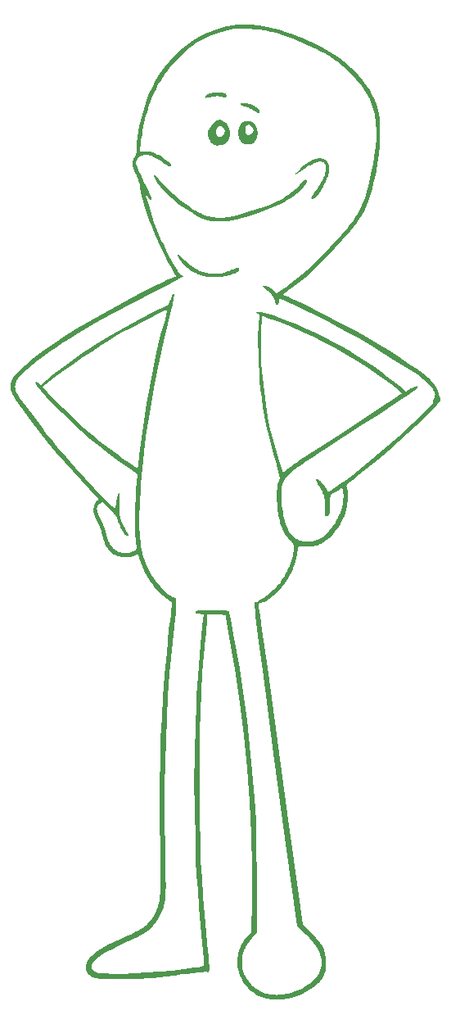
<source format=gbo>
G04 #@! TF.GenerationSoftware,KiCad,Pcbnew,7.0.2*
G04 #@! TF.CreationDate,2023-05-27T23:51:10-07:00*
G04 #@! TF.ProjectId,meeseeks-sao,6d656573-6565-46b7-932d-73616f2e6b69,rev?*
G04 #@! TF.SameCoordinates,Original*
G04 #@! TF.FileFunction,Legend,Bot*
G04 #@! TF.FilePolarity,Positive*
%FSLAX46Y46*%
G04 Gerber Fmt 4.6, Leading zero omitted, Abs format (unit mm)*
G04 Created by KiCad (PCBNEW 7.0.2) date 2023-05-27 23:51:10*
%MOMM*%
%LPD*%
G01*
G04 APERTURE LIST*
%ADD10C,0.000000*%
%ADD11R,1.700000X1.700000*%
%ADD12O,1.700000X1.700000*%
G04 APERTURE END LIST*
D10*
G36*
X143234846Y-57474786D02*
G01*
X143256477Y-57481121D01*
X143283999Y-57494174D01*
X143317283Y-57513816D01*
X143356200Y-57539917D01*
X143400620Y-57572348D01*
X143450415Y-57610981D01*
X143505454Y-57655685D01*
X143630753Y-57762793D01*
X143775481Y-57892638D01*
X143938606Y-58044187D01*
X144095646Y-58192175D01*
X144246563Y-58328924D01*
X144392260Y-58454976D01*
X144533643Y-58570873D01*
X144671614Y-58677159D01*
X144807080Y-58774375D01*
X144940943Y-58863065D01*
X145074109Y-58943771D01*
X145207482Y-59017035D01*
X145341965Y-59083401D01*
X145478464Y-59143410D01*
X145617883Y-59197606D01*
X145761126Y-59246530D01*
X145909097Y-59290726D01*
X146062702Y-59330736D01*
X146222843Y-59367103D01*
X146381272Y-59398719D01*
X146536122Y-59424069D01*
X146687949Y-59443089D01*
X146837309Y-59455713D01*
X146984757Y-59461878D01*
X147130848Y-59461518D01*
X147276139Y-59454570D01*
X147421184Y-59440968D01*
X147566539Y-59420648D01*
X147712759Y-59393546D01*
X147860401Y-59359596D01*
X148010019Y-59318735D01*
X148162170Y-59270897D01*
X148317408Y-59216019D01*
X148476290Y-59154035D01*
X148639370Y-59084880D01*
X148780476Y-59024189D01*
X148906674Y-58971004D01*
X149018765Y-58925183D01*
X149069770Y-58904989D01*
X149117548Y-58886583D01*
X149162200Y-58869947D01*
X149203826Y-58855063D01*
X149242526Y-58841913D01*
X149278400Y-58830480D01*
X149311547Y-58820746D01*
X149342069Y-58812693D01*
X149370065Y-58806303D01*
X149395636Y-58801559D01*
X149418881Y-58798442D01*
X149439901Y-58796936D01*
X149458796Y-58797022D01*
X149467478Y-58797656D01*
X149475666Y-58798682D01*
X149483372Y-58800097D01*
X149490610Y-58801900D01*
X149497392Y-58804086D01*
X149503730Y-58806656D01*
X149509637Y-58809605D01*
X149515125Y-58812933D01*
X149520207Y-58816637D01*
X149524896Y-58820714D01*
X149529203Y-58825163D01*
X149533142Y-58829981D01*
X149536725Y-58835166D01*
X149539964Y-58840715D01*
X149542872Y-58846628D01*
X149545462Y-58852900D01*
X149549735Y-58866517D01*
X149552885Y-58881549D01*
X149555010Y-58897978D01*
X149556212Y-58915786D01*
X149556591Y-58934955D01*
X149553010Y-58975431D01*
X149542412Y-59015778D01*
X149525016Y-59055923D01*
X149501039Y-59095788D01*
X149434215Y-59174376D01*
X149343684Y-59250936D01*
X149231191Y-59324861D01*
X149098479Y-59395543D01*
X148947293Y-59462375D01*
X148779377Y-59524751D01*
X148596475Y-59582062D01*
X148400331Y-59633701D01*
X148192688Y-59679062D01*
X147975292Y-59717537D01*
X147749886Y-59748519D01*
X147518214Y-59771401D01*
X147282020Y-59785576D01*
X147043049Y-59790435D01*
X146868772Y-59790302D01*
X146702622Y-59786475D01*
X146543835Y-59778771D01*
X146391650Y-59767010D01*
X146245305Y-59751012D01*
X146104037Y-59730596D01*
X145967084Y-59705580D01*
X145833683Y-59675785D01*
X145703073Y-59641028D01*
X145574492Y-59601130D01*
X145447176Y-59555908D01*
X145320364Y-59505184D01*
X145193294Y-59448775D01*
X145065204Y-59386501D01*
X144935330Y-59318181D01*
X144802912Y-59243635D01*
X144661445Y-59158523D01*
X144519087Y-59062972D01*
X144377220Y-58958534D01*
X144237227Y-58846757D01*
X144100489Y-58729193D01*
X143968389Y-58607392D01*
X143842309Y-58482903D01*
X143723632Y-58357278D01*
X143613740Y-58232066D01*
X143514015Y-58108817D01*
X143425840Y-57989083D01*
X143350597Y-57874413D01*
X143289669Y-57766357D01*
X143265004Y-57715294D01*
X143244437Y-57666467D01*
X143228139Y-57620068D01*
X143216284Y-57576291D01*
X143209044Y-57535331D01*
X143206592Y-57497381D01*
X143207391Y-57489188D01*
X143209775Y-57482787D01*
X143213729Y-57478163D01*
X143219236Y-57475298D01*
X143226281Y-57474178D01*
X143234846Y-57474786D01*
G37*
G36*
X140800000Y-49250000D02*
G01*
X140814178Y-49254126D01*
X140846443Y-49268757D01*
X140883695Y-49291734D01*
X140925663Y-49322862D01*
X140972075Y-49361949D01*
X141022659Y-49408800D01*
X141077146Y-49463222D01*
X141135262Y-49525020D01*
X141196738Y-49594001D01*
X141261301Y-49669972D01*
X141328680Y-49752738D01*
X141398605Y-49842105D01*
X141501269Y-49973394D01*
X141610961Y-50106103D01*
X141727887Y-50240415D01*
X141852255Y-50376509D01*
X142124142Y-50654770D01*
X142428275Y-50942332D01*
X142766308Y-51240643D01*
X143139894Y-51551150D01*
X143550687Y-51875299D01*
X144000341Y-52214538D01*
X144288196Y-52423496D01*
X144563959Y-52614135D01*
X144828973Y-52786945D01*
X145084582Y-52942418D01*
X145332130Y-53081044D01*
X145572959Y-53203315D01*
X145808414Y-53309721D01*
X146039839Y-53400753D01*
X146268576Y-53476902D01*
X146495969Y-53538659D01*
X146723363Y-53586516D01*
X146952100Y-53620962D01*
X147183524Y-53642489D01*
X147418979Y-53651588D01*
X147659809Y-53648750D01*
X147907356Y-53634466D01*
X148194737Y-53602909D01*
X148517620Y-53552335D01*
X148870785Y-53484398D01*
X149249013Y-53400751D01*
X150059782Y-53192943D01*
X150908171Y-52942140D01*
X151752426Y-52661572D01*
X152550793Y-52364467D01*
X152919719Y-52213848D01*
X153261516Y-52064055D01*
X153570963Y-51916743D01*
X153842842Y-51773565D01*
X153983472Y-51692628D01*
X154129904Y-51602739D01*
X154280702Y-51505072D01*
X154434433Y-51400804D01*
X154589662Y-51291110D01*
X154744956Y-51177165D01*
X154898880Y-51060146D01*
X155050002Y-50941227D01*
X155196885Y-50821585D01*
X155338097Y-50702396D01*
X155472204Y-50584834D01*
X155597771Y-50470076D01*
X155713365Y-50359297D01*
X155817551Y-50253673D01*
X155908895Y-50154379D01*
X155985964Y-50062591D01*
X156011538Y-50031071D01*
X156036979Y-50001010D01*
X156062255Y-49972423D01*
X156087336Y-49945321D01*
X156112190Y-49919717D01*
X156136788Y-49895625D01*
X156161098Y-49873058D01*
X156185090Y-49852028D01*
X156208734Y-49832548D01*
X156231998Y-49814631D01*
X156254851Y-49798291D01*
X156277264Y-49783539D01*
X156299205Y-49770390D01*
X156320644Y-49758855D01*
X156341550Y-49748948D01*
X156361893Y-49740682D01*
X156381641Y-49734069D01*
X156400764Y-49729123D01*
X156419232Y-49725857D01*
X156437013Y-49724283D01*
X156454078Y-49724414D01*
X156470394Y-49726264D01*
X156485933Y-49729844D01*
X156500662Y-49735169D01*
X156514551Y-49742251D01*
X156527570Y-49751103D01*
X156539688Y-49761737D01*
X156550874Y-49774168D01*
X156561098Y-49788407D01*
X156570329Y-49804468D01*
X156578535Y-49822363D01*
X156585687Y-49842105D01*
X156588680Y-49858669D01*
X156587819Y-49878494D01*
X156583231Y-49901433D01*
X156575042Y-49927337D01*
X156548365Y-49987445D01*
X156508794Y-50057630D01*
X156457337Y-50136704D01*
X156395002Y-50223477D01*
X156322798Y-50316762D01*
X156241730Y-50415369D01*
X156152808Y-50518110D01*
X156057039Y-50623797D01*
X155955430Y-50731241D01*
X155848990Y-50839253D01*
X155738725Y-50946645D01*
X155625644Y-51052229D01*
X155510754Y-51154815D01*
X155395063Y-51253215D01*
X155144913Y-51445816D01*
X154862296Y-51639360D01*
X154549475Y-51832930D01*
X154208710Y-52025608D01*
X153842262Y-52216478D01*
X153452392Y-52404621D01*
X153041360Y-52589121D01*
X152611427Y-52769061D01*
X152164854Y-52943523D01*
X151703903Y-53111590D01*
X151230833Y-53272344D01*
X150747906Y-53424869D01*
X150257383Y-53568248D01*
X149761524Y-53701562D01*
X149262590Y-53823895D01*
X148762842Y-53934330D01*
X148639968Y-53956033D01*
X148504150Y-53974843D01*
X148357324Y-53990758D01*
X148201429Y-54003780D01*
X147870184Y-54021143D01*
X147525915Y-54026931D01*
X147184127Y-54021143D01*
X146860323Y-54003780D01*
X146710009Y-53990758D01*
X146570004Y-53974843D01*
X146442246Y-53956033D01*
X146328674Y-53934330D01*
X146188139Y-53897711D01*
X146038246Y-53849431D01*
X145713466Y-53720234D01*
X145360497Y-53551426D01*
X144985501Y-53347698D01*
X144594640Y-53113739D01*
X144194076Y-52854239D01*
X143789973Y-52573887D01*
X143388493Y-52277374D01*
X142995797Y-51969389D01*
X142618049Y-51654621D01*
X142261411Y-51337760D01*
X141932045Y-51023496D01*
X141636113Y-50716519D01*
X141379779Y-50421517D01*
X141169204Y-50143182D01*
X141083002Y-50011729D01*
X141010551Y-49886201D01*
X140955757Y-49781625D01*
X140904580Y-49681287D01*
X140858157Y-49587770D01*
X140817626Y-49503658D01*
X140784122Y-49431535D01*
X140758783Y-49373984D01*
X140749531Y-49351482D01*
X140742746Y-49333591D01*
X140738571Y-49320636D01*
X140737148Y-49312938D01*
X140737969Y-49296760D01*
X140740410Y-49282934D01*
X140744437Y-49271437D01*
X140750015Y-49262245D01*
X140757112Y-49255332D01*
X140765693Y-49250676D01*
X140775724Y-49248251D01*
X140787171Y-49248034D01*
X140800000Y-49250000D01*
G37*
G36*
X157956019Y-47524018D02*
G01*
X158046408Y-47533617D01*
X158133593Y-47548797D01*
X158216992Y-47569481D01*
X158257091Y-47581862D01*
X158296025Y-47595590D01*
X158333722Y-47610656D01*
X158370109Y-47627049D01*
X158405115Y-47644759D01*
X158438665Y-47663778D01*
X158470687Y-47684095D01*
X158501109Y-47705700D01*
X158529858Y-47728585D01*
X158556862Y-47752739D01*
X158582047Y-47778152D01*
X158605341Y-47804816D01*
X158651029Y-47866054D01*
X158692209Y-47927616D01*
X158728919Y-47989824D01*
X158761197Y-48053000D01*
X158789083Y-48117468D01*
X158812615Y-48183551D01*
X158831832Y-48251572D01*
X158846773Y-48321854D01*
X158857477Y-48394719D01*
X158863982Y-48470492D01*
X158866326Y-48549494D01*
X158864550Y-48632049D01*
X158858691Y-48718480D01*
X158848788Y-48809109D01*
X158834881Y-48904261D01*
X158817007Y-49004257D01*
X158792673Y-49116801D01*
X158762893Y-49232508D01*
X158728010Y-49350869D01*
X158688367Y-49471378D01*
X158596168Y-49716811D01*
X158489034Y-49964751D01*
X158369705Y-50211140D01*
X158240918Y-50451922D01*
X158105414Y-50683041D01*
X157965931Y-50900440D01*
X157825208Y-51100062D01*
X157685983Y-51277850D01*
X157550996Y-51429749D01*
X157485947Y-51494722D01*
X157422985Y-51551701D01*
X157362452Y-51600180D01*
X157304689Y-51639651D01*
X157250041Y-51669606D01*
X157198848Y-51689540D01*
X157151453Y-51698945D01*
X157108199Y-51697314D01*
X157069428Y-51684139D01*
X157035482Y-51658914D01*
X157024339Y-51644099D01*
X157017447Y-51625977D01*
X157014921Y-51604342D01*
X157016878Y-51578985D01*
X157023434Y-51549702D01*
X157034706Y-51516284D01*
X157050809Y-51478525D01*
X157071861Y-51436220D01*
X157097976Y-51389160D01*
X157129273Y-51337139D01*
X157165866Y-51279951D01*
X157207873Y-51217388D01*
X157308590Y-51075313D01*
X157432356Y-50909261D01*
X157544409Y-50760034D01*
X157650684Y-50611826D01*
X157751139Y-50464881D01*
X157845733Y-50319443D01*
X157934422Y-50175755D01*
X158017165Y-50034061D01*
X158093920Y-49894606D01*
X158164645Y-49757633D01*
X158229298Y-49623386D01*
X158287837Y-49492109D01*
X158340221Y-49364045D01*
X158386406Y-49239439D01*
X158426351Y-49118534D01*
X158460015Y-49001574D01*
X158487354Y-48888804D01*
X158508328Y-48780466D01*
X158522893Y-48676805D01*
X158531009Y-48578064D01*
X158532633Y-48484488D01*
X158527724Y-48396321D01*
X158516238Y-48313805D01*
X158498135Y-48237185D01*
X158473371Y-48166705D01*
X158441906Y-48102609D01*
X158403698Y-48045141D01*
X158358703Y-47994543D01*
X158306881Y-47951061D01*
X158248189Y-47914938D01*
X158182585Y-47886418D01*
X158110028Y-47865744D01*
X158030474Y-47853161D01*
X157943884Y-47848913D01*
X157861890Y-47854102D01*
X157768734Y-47869342D01*
X157665450Y-47894142D01*
X157553071Y-47928012D01*
X157432630Y-47970459D01*
X157305161Y-48020995D01*
X157171698Y-48079126D01*
X157033274Y-48144363D01*
X156890923Y-48216215D01*
X156745678Y-48294190D01*
X156598572Y-48377798D01*
X156450640Y-48466548D01*
X156302914Y-48559949D01*
X156156429Y-48657511D01*
X156012217Y-48758741D01*
X155871313Y-48863149D01*
X155764206Y-48939801D01*
X155662679Y-49010046D01*
X155569007Y-49072437D01*
X155525827Y-49100234D01*
X155485463Y-49125526D01*
X155448200Y-49148130D01*
X155414322Y-49167867D01*
X155384112Y-49184554D01*
X155357856Y-49198012D01*
X155335838Y-49208059D01*
X155318341Y-49214514D01*
X155311377Y-49216338D01*
X155305650Y-49217197D01*
X155301196Y-49217067D01*
X155298050Y-49215927D01*
X155293856Y-49207356D01*
X155294368Y-49195006D01*
X155299382Y-49179078D01*
X155308695Y-49159772D01*
X155339404Y-49111825D01*
X155384866Y-49052767D01*
X155443454Y-48984201D01*
X155513540Y-48907729D01*
X155593496Y-48824952D01*
X155681695Y-48737472D01*
X155876308Y-48554813D01*
X156084358Y-48372566D01*
X156189352Y-48285603D01*
X156292821Y-48203549D01*
X156393138Y-48128006D01*
X156488676Y-48060576D01*
X156536250Y-48027331D01*
X156586085Y-47993879D01*
X156690832Y-47927183D01*
X156799507Y-47862140D01*
X156908699Y-47800404D01*
X157014998Y-47743629D01*
X157114991Y-47693469D01*
X157205270Y-47651576D01*
X157282423Y-47619604D01*
X157378961Y-47587965D01*
X157476365Y-47562450D01*
X157574052Y-47542981D01*
X157671443Y-47529481D01*
X157767956Y-47521872D01*
X157863008Y-47520077D01*
X157956019Y-47524018D01*
G37*
G36*
X150488283Y-43643813D02*
G01*
X150529503Y-43646619D01*
X150570827Y-43650859D01*
X150683437Y-43670257D01*
X150788129Y-43701450D01*
X150884943Y-43743625D01*
X150973921Y-43795966D01*
X151055101Y-43857661D01*
X151128526Y-43927896D01*
X151194234Y-44005856D01*
X151252267Y-44090728D01*
X151302665Y-44181698D01*
X151345468Y-44277952D01*
X151380717Y-44378675D01*
X151408451Y-44483055D01*
X151428712Y-44590277D01*
X151441539Y-44699527D01*
X151446974Y-44809992D01*
X151445055Y-44920857D01*
X151435825Y-45031309D01*
X151419323Y-45140534D01*
X151395589Y-45247717D01*
X151364664Y-45352045D01*
X151326589Y-45452704D01*
X151281403Y-45548881D01*
X151229147Y-45639760D01*
X151169861Y-45724529D01*
X151103587Y-45802373D01*
X151030363Y-45872478D01*
X150950231Y-45934031D01*
X150863230Y-45986218D01*
X150769402Y-46028225D01*
X150668787Y-46059237D01*
X150561424Y-46078441D01*
X150447355Y-46085023D01*
X150391006Y-46083659D01*
X150336076Y-46079587D01*
X150282590Y-46072837D01*
X150230572Y-46063440D01*
X150180047Y-46051427D01*
X150131037Y-46036829D01*
X150083568Y-46019676D01*
X150037664Y-45999999D01*
X149993349Y-45977828D01*
X149950648Y-45953195D01*
X149909584Y-45926130D01*
X149870181Y-45896663D01*
X149832465Y-45864826D01*
X149796458Y-45830649D01*
X149762186Y-45794162D01*
X149729673Y-45755397D01*
X149698942Y-45714384D01*
X149670019Y-45671154D01*
X149642927Y-45625737D01*
X149617690Y-45578164D01*
X149594333Y-45528466D01*
X149572880Y-45476674D01*
X149553355Y-45422818D01*
X149535783Y-45366928D01*
X149506592Y-45249173D01*
X149485502Y-45123653D01*
X149472705Y-44990614D01*
X149468397Y-44850301D01*
X149470460Y-44752751D01*
X149476631Y-44658599D01*
X149486884Y-44567935D01*
X149494107Y-44523982D01*
X150173952Y-44523982D01*
X150174925Y-44577358D01*
X150177806Y-44628329D01*
X150182541Y-44676864D01*
X150189076Y-44722935D01*
X150197354Y-44766513D01*
X150207322Y-44807568D01*
X150218924Y-44846071D01*
X150232105Y-44881994D01*
X150246811Y-44915308D01*
X150262986Y-44945983D01*
X150280576Y-44973990D01*
X150299526Y-44999300D01*
X150319780Y-45021884D01*
X150341285Y-45041713D01*
X150363984Y-45058758D01*
X150387824Y-45072990D01*
X150412749Y-45084380D01*
X150438704Y-45092899D01*
X150465634Y-45098517D01*
X150493485Y-45101206D01*
X150522201Y-45100936D01*
X150551729Y-45097679D01*
X150582011Y-45091405D01*
X150612995Y-45082086D01*
X150644625Y-45069692D01*
X150676846Y-45054194D01*
X150709602Y-45035563D01*
X150742840Y-45013771D01*
X150776505Y-44988787D01*
X150810541Y-44960583D01*
X150844893Y-44929130D01*
X150879507Y-44894399D01*
X150915179Y-44856869D01*
X150946188Y-44823188D01*
X150972623Y-44792660D01*
X150994575Y-44764586D01*
X151003898Y-44751252D01*
X151012134Y-44738270D01*
X151019295Y-44725553D01*
X151025392Y-44713013D01*
X151030435Y-44700564D01*
X151034437Y-44688118D01*
X151037409Y-44675588D01*
X151039362Y-44662887D01*
X151040307Y-44649927D01*
X151040255Y-44636622D01*
X151039219Y-44622884D01*
X151037208Y-44608626D01*
X151034236Y-44593761D01*
X151030312Y-44578202D01*
X151019655Y-44544651D01*
X151005330Y-44507276D01*
X150987426Y-44465380D01*
X150941244Y-44365232D01*
X150918092Y-44320682D01*
X150893385Y-44279618D01*
X150867273Y-44242009D01*
X150839906Y-44207826D01*
X150811435Y-44177042D01*
X150782009Y-44149626D01*
X150751780Y-44125550D01*
X150720896Y-44104784D01*
X150689508Y-44087299D01*
X150657766Y-44073067D01*
X150625821Y-44062058D01*
X150593823Y-44054244D01*
X150561922Y-44049595D01*
X150530268Y-44048081D01*
X150499011Y-44049675D01*
X150468301Y-44054347D01*
X150438289Y-44062067D01*
X150409125Y-44072808D01*
X150380959Y-44086539D01*
X150353941Y-44103232D01*
X150328221Y-44122858D01*
X150303950Y-44145387D01*
X150281278Y-44170791D01*
X150260355Y-44199040D01*
X150241331Y-44230105D01*
X150224356Y-44263958D01*
X150209580Y-44300569D01*
X150197155Y-44339910D01*
X150187229Y-44381950D01*
X150179953Y-44426662D01*
X150175477Y-44474015D01*
X150173952Y-44523982D01*
X149494107Y-44523982D01*
X149501194Y-44480849D01*
X149509862Y-44438677D01*
X149519535Y-44397433D01*
X149530209Y-44357128D01*
X149541881Y-44317775D01*
X149554547Y-44279385D01*
X149568205Y-44241968D01*
X149582852Y-44205536D01*
X149598484Y-44170101D01*
X149615097Y-44135674D01*
X149632689Y-44102265D01*
X149651257Y-44069887D01*
X149670796Y-44038550D01*
X149691305Y-44008266D01*
X149712779Y-43979047D01*
X149735216Y-43950903D01*
X149758612Y-43923846D01*
X149782964Y-43897887D01*
X149808269Y-43873037D01*
X149834524Y-43849308D01*
X149861725Y-43826711D01*
X149889869Y-43805258D01*
X149918952Y-43784959D01*
X149948973Y-43765826D01*
X149979927Y-43747871D01*
X150008848Y-43731957D01*
X150039319Y-43717296D01*
X150071238Y-43703901D01*
X150104500Y-43691785D01*
X150139002Y-43680961D01*
X150174641Y-43671441D01*
X150211314Y-43663240D01*
X150248918Y-43656369D01*
X150287348Y-43650842D01*
X150326501Y-43646671D01*
X150366275Y-43643870D01*
X150406565Y-43642451D01*
X150447269Y-43642428D01*
X150488283Y-43643813D01*
G37*
G36*
X147570012Y-43541712D02*
G01*
X147611740Y-43547148D01*
X147654554Y-43556060D01*
X147698918Y-43568512D01*
X147745298Y-43584568D01*
X147794158Y-43604293D01*
X147845964Y-43627752D01*
X147901180Y-43655009D01*
X147960272Y-43686129D01*
X148032707Y-43728476D01*
X148101124Y-43776029D01*
X148165434Y-43828621D01*
X148225544Y-43886083D01*
X148281365Y-43948248D01*
X148332807Y-44014948D01*
X148379779Y-44086014D01*
X148422190Y-44161278D01*
X148459951Y-44240574D01*
X148492970Y-44323733D01*
X148521157Y-44410586D01*
X148544422Y-44500966D01*
X148562675Y-44594706D01*
X148575824Y-44691637D01*
X148583780Y-44791590D01*
X148586452Y-44894399D01*
X148584983Y-44974261D01*
X148580591Y-45051777D01*
X148573299Y-45126926D01*
X148563129Y-45199686D01*
X148550104Y-45270037D01*
X148534246Y-45337957D01*
X148515579Y-45403426D01*
X148494124Y-45466422D01*
X148469904Y-45526925D01*
X148442943Y-45584914D01*
X148413262Y-45640367D01*
X148380884Y-45693264D01*
X148345832Y-45743584D01*
X148308128Y-45791305D01*
X148267795Y-45836407D01*
X148224856Y-45878868D01*
X148179333Y-45918668D01*
X148131248Y-45955786D01*
X148080626Y-45990201D01*
X148027487Y-46021891D01*
X147971854Y-46050836D01*
X147913751Y-46077015D01*
X147853200Y-46100406D01*
X147790223Y-46120989D01*
X147724843Y-46138743D01*
X147657083Y-46153646D01*
X147586965Y-46165678D01*
X147514512Y-46174818D01*
X147439747Y-46181045D01*
X147362691Y-46184338D01*
X147283369Y-46184675D01*
X147201801Y-46182036D01*
X147153190Y-46177310D01*
X147104987Y-46168206D01*
X147057291Y-46154894D01*
X147010201Y-46137543D01*
X146963815Y-46116322D01*
X146918232Y-46091402D01*
X146873550Y-46062952D01*
X146829867Y-46031141D01*
X146787283Y-45996140D01*
X146745895Y-45958116D01*
X146667103Y-45873684D01*
X146594280Y-45779200D01*
X146528214Y-45676022D01*
X146469693Y-45565505D01*
X146419504Y-45449007D01*
X146378436Y-45327884D01*
X146347278Y-45203493D01*
X146326816Y-45077189D01*
X146320843Y-45013744D01*
X146317839Y-44950330D01*
X146317904Y-44887116D01*
X146321136Y-44824271D01*
X146325561Y-44781831D01*
X147144413Y-44781831D01*
X147144556Y-44813536D01*
X147146127Y-44844790D01*
X147149094Y-44875526D01*
X147153423Y-44905682D01*
X147159082Y-44935191D01*
X147166040Y-44963990D01*
X147174265Y-44992013D01*
X147183723Y-45019197D01*
X147194382Y-45045477D01*
X147206211Y-45070788D01*
X147219176Y-45095065D01*
X147233246Y-45118244D01*
X147248388Y-45140260D01*
X147264571Y-45161049D01*
X147281761Y-45180546D01*
X147299926Y-45198687D01*
X147319034Y-45215406D01*
X147339054Y-45230640D01*
X147359951Y-45244323D01*
X147381695Y-45256392D01*
X147404253Y-45266781D01*
X147427592Y-45275426D01*
X147451681Y-45282263D01*
X147476487Y-45287226D01*
X147501977Y-45290251D01*
X147528120Y-45291274D01*
X147551364Y-45290380D01*
X147574758Y-45287742D01*
X147598241Y-45283425D01*
X147621757Y-45277493D01*
X147645248Y-45270011D01*
X147668654Y-45261043D01*
X147691918Y-45250654D01*
X147714982Y-45238908D01*
X147737787Y-45225871D01*
X147760276Y-45211606D01*
X147804071Y-45179653D01*
X147845903Y-45143565D01*
X147885307Y-45103861D01*
X147921816Y-45061055D01*
X147954966Y-45015666D01*
X147984292Y-44968210D01*
X147997376Y-44943868D01*
X148009330Y-44919204D01*
X148020094Y-44894281D01*
X148029612Y-44869164D01*
X148037826Y-44843918D01*
X148044676Y-44818607D01*
X148050105Y-44793296D01*
X148054055Y-44768050D01*
X148056468Y-44742933D01*
X148057285Y-44718010D01*
X148056370Y-44694271D01*
X148053685Y-44669485D01*
X148049320Y-44643847D01*
X148043367Y-44617550D01*
X148035915Y-44590788D01*
X148027055Y-44563754D01*
X148016877Y-44536643D01*
X148005471Y-44509649D01*
X147992929Y-44482965D01*
X147979340Y-44456784D01*
X147964796Y-44431301D01*
X147949385Y-44406710D01*
X147933200Y-44383204D01*
X147916330Y-44360977D01*
X147898866Y-44340223D01*
X147880897Y-44321135D01*
X147852866Y-44294185D01*
X147825011Y-44269555D01*
X147797353Y-44247241D01*
X147769913Y-44227238D01*
X147742712Y-44209541D01*
X147715771Y-44194146D01*
X147689111Y-44181046D01*
X147662753Y-44170239D01*
X147636718Y-44161717D01*
X147611027Y-44155478D01*
X147585701Y-44151516D01*
X147560761Y-44149826D01*
X147536228Y-44150403D01*
X147512123Y-44153243D01*
X147488466Y-44158340D01*
X147465280Y-44165690D01*
X147442585Y-44175288D01*
X147420401Y-44187129D01*
X147398751Y-44201209D01*
X147377654Y-44217522D01*
X147357132Y-44236063D01*
X147337206Y-44256828D01*
X147317897Y-44279812D01*
X147299226Y-44305010D01*
X147281214Y-44332417D01*
X147263882Y-44362029D01*
X147247250Y-44393840D01*
X147231340Y-44427846D01*
X147216174Y-44464041D01*
X147201771Y-44502422D01*
X147188153Y-44542983D01*
X147175340Y-44585719D01*
X147166240Y-44618781D01*
X147158761Y-44651778D01*
X147152871Y-44684647D01*
X147148538Y-44717321D01*
X147145730Y-44749737D01*
X147144413Y-44781831D01*
X146325561Y-44781831D01*
X146327633Y-44761966D01*
X146337494Y-44700370D01*
X146344604Y-44669649D01*
X146354278Y-44637124D01*
X146380816Y-44567302D01*
X146416113Y-44492183D01*
X146459175Y-44413047D01*
X146509006Y-44331172D01*
X146564612Y-44247837D01*
X146624998Y-44164321D01*
X146689170Y-44081903D01*
X146756132Y-44001863D01*
X146824889Y-43925479D01*
X146894448Y-43854030D01*
X146963813Y-43788795D01*
X147031989Y-43731054D01*
X147097982Y-43682085D01*
X147129849Y-43661290D01*
X147160797Y-43643167D01*
X147190701Y-43627877D01*
X147219438Y-43615579D01*
X147269229Y-43595539D01*
X147316383Y-43578457D01*
X147361368Y-43564398D01*
X147404647Y-43553427D01*
X147446686Y-43545608D01*
X147487949Y-43541006D01*
X147528903Y-43539686D01*
X147570012Y-43541712D01*
G37*
G36*
X150052768Y-41782826D02*
G01*
X150122730Y-41786857D01*
X150195467Y-41794623D01*
X150270553Y-41805934D01*
X150426075Y-41838447D01*
X150585899Y-41882898D01*
X150746628Y-41937787D01*
X150904863Y-42001616D01*
X151057208Y-42072886D01*
X151200263Y-42150100D01*
X151330632Y-42231757D01*
X151389997Y-42273784D01*
X151444917Y-42316361D01*
X151494965Y-42359299D01*
X151539719Y-42402411D01*
X151578753Y-42445511D01*
X151611642Y-42488410D01*
X151637962Y-42530922D01*
X151657287Y-42572858D01*
X151669194Y-42614033D01*
X151673258Y-42654258D01*
X151671287Y-42694359D01*
X151668817Y-42712239D01*
X151665351Y-42728672D01*
X151660884Y-42743658D01*
X151655410Y-42757197D01*
X151648925Y-42769289D01*
X151641425Y-42779935D01*
X151632904Y-42789133D01*
X151623358Y-42796885D01*
X151612781Y-42803189D01*
X151601169Y-42808047D01*
X151588517Y-42811458D01*
X151574821Y-42813422D01*
X151560074Y-42813939D01*
X151544274Y-42813009D01*
X151527413Y-42810632D01*
X151509489Y-42806808D01*
X151490495Y-42801537D01*
X151470428Y-42794819D01*
X151427052Y-42777043D01*
X151379322Y-42753479D01*
X151327200Y-42724127D01*
X151270647Y-42688987D01*
X151209623Y-42648059D01*
X151144090Y-42601344D01*
X151109958Y-42577505D01*
X151070710Y-42552440D01*
X150978726Y-42499506D01*
X150871860Y-42444298D01*
X150753831Y-42388574D01*
X150628361Y-42334090D01*
X150499170Y-42282604D01*
X150369979Y-42235872D01*
X150244508Y-42195652D01*
X150140521Y-42164845D01*
X150092374Y-42149895D01*
X150046777Y-42135241D01*
X150003719Y-42120877D01*
X149963189Y-42106799D01*
X149925174Y-42093002D01*
X149889664Y-42079481D01*
X149856647Y-42066231D01*
X149826113Y-42053248D01*
X149798049Y-42040527D01*
X149772445Y-42028062D01*
X149749288Y-42015849D01*
X149728569Y-42003883D01*
X149710275Y-41992160D01*
X149694396Y-41980673D01*
X149680919Y-41969420D01*
X149669835Y-41958394D01*
X149661130Y-41947591D01*
X149657667Y-41942271D01*
X149654795Y-41937006D01*
X149652512Y-41931794D01*
X149650817Y-41926634D01*
X149649709Y-41921527D01*
X149649186Y-41916471D01*
X149649246Y-41911465D01*
X149649889Y-41906511D01*
X149651113Y-41901605D01*
X149652917Y-41896749D01*
X149655299Y-41891942D01*
X149658257Y-41887182D01*
X149665899Y-41877803D01*
X149675830Y-41868609D01*
X149688040Y-41859593D01*
X149702517Y-41850753D01*
X149719250Y-41842081D01*
X149738228Y-41833575D01*
X149759439Y-41825228D01*
X149809159Y-41807782D01*
X149863776Y-41795006D01*
X149922866Y-41786713D01*
X149986005Y-41782715D01*
X150052768Y-41782826D01*
G37*
G36*
X147520868Y-40709640D02*
G01*
X147639355Y-40714765D01*
X147749846Y-40723352D01*
X147850053Y-40735453D01*
X147937689Y-40751120D01*
X148010469Y-40770404D01*
X148066105Y-40793357D01*
X148082252Y-40802781D01*
X148097617Y-40812833D01*
X148112190Y-40823469D01*
X148125963Y-40834646D01*
X148138930Y-40846321D01*
X148151081Y-40858449D01*
X148162408Y-40870988D01*
X148172903Y-40883894D01*
X148182559Y-40897122D01*
X148191367Y-40910630D01*
X148199319Y-40924373D01*
X148206407Y-40938309D01*
X148212623Y-40952393D01*
X148217959Y-40966582D01*
X148222407Y-40980833D01*
X148225958Y-40995101D01*
X148228605Y-41009344D01*
X148230340Y-41023517D01*
X148231154Y-41037577D01*
X148231040Y-41051481D01*
X148229989Y-41065184D01*
X148227993Y-41078643D01*
X148225045Y-41091815D01*
X148221135Y-41104656D01*
X148216257Y-41117122D01*
X148210402Y-41129170D01*
X148203561Y-41140756D01*
X148195728Y-41151837D01*
X148186893Y-41162369D01*
X148177049Y-41172307D01*
X148166187Y-41181610D01*
X148154300Y-41190233D01*
X148142656Y-41194678D01*
X148127704Y-41198103D01*
X148109652Y-41200520D01*
X148088705Y-41201943D01*
X148065072Y-41202384D01*
X148038958Y-41201856D01*
X147980116Y-41197946D01*
X147913833Y-41190316D01*
X147841761Y-41179068D01*
X147765556Y-41164307D01*
X147686870Y-41146135D01*
X147632948Y-41132285D01*
X147580020Y-41120503D01*
X147527635Y-41110787D01*
X147475341Y-41103138D01*
X147422685Y-41097557D01*
X147369214Y-41094043D01*
X147314478Y-41092595D01*
X147258023Y-41093215D01*
X147199399Y-41095902D01*
X147138151Y-41100656D01*
X147073829Y-41107477D01*
X147005980Y-41116365D01*
X146857892Y-41140342D01*
X146690271Y-41172587D01*
X146564198Y-41197738D01*
X146445670Y-41219994D01*
X146337270Y-41238943D01*
X146241583Y-41254171D01*
X146161192Y-41265266D01*
X146127540Y-41269133D01*
X146098681Y-41271812D01*
X146074938Y-41273251D01*
X146056633Y-41273398D01*
X146044091Y-41272202D01*
X146040082Y-41271083D01*
X146037634Y-41269610D01*
X146030186Y-41261712D01*
X146024351Y-41252935D01*
X146020089Y-41243332D01*
X146017359Y-41232953D01*
X146016122Y-41221851D01*
X146016337Y-41210077D01*
X146017963Y-41197683D01*
X146020960Y-41184721D01*
X146025288Y-41171241D01*
X146030906Y-41157297D01*
X146037773Y-41142939D01*
X146045851Y-41128220D01*
X146065473Y-41097902D01*
X146089449Y-41066758D01*
X146117455Y-41035201D01*
X146149169Y-41003643D01*
X146184268Y-40972500D01*
X146222429Y-40942183D01*
X146263329Y-40913107D01*
X146306644Y-40885684D01*
X146352053Y-40860329D01*
X146399231Y-40837454D01*
X146471920Y-40810797D01*
X146559479Y-40787085D01*
X146659622Y-40766371D01*
X146770061Y-40748706D01*
X146888510Y-40734142D01*
X147012682Y-40722730D01*
X147140290Y-40714522D01*
X147269048Y-40709570D01*
X147396670Y-40707925D01*
X147520868Y-40709640D01*
G37*
G36*
X150585043Y-33677618D02*
G01*
X150943966Y-33702744D01*
X151311106Y-33740814D01*
X151686487Y-33791817D01*
X152070137Y-33855738D01*
X152462082Y-33932566D01*
X152862346Y-34022288D01*
X153270955Y-34124890D01*
X153687937Y-34240359D01*
X154113315Y-34368683D01*
X154547117Y-34509849D01*
X154989368Y-34663844D01*
X155505065Y-34859939D01*
X156044119Y-35080011D01*
X156592682Y-35317446D01*
X157136904Y-35565630D01*
X157662935Y-35817948D01*
X158156927Y-36067786D01*
X158605030Y-36308528D01*
X158993395Y-36533562D01*
X159470642Y-36840161D01*
X159926585Y-37157832D01*
X160361006Y-37486278D01*
X160773683Y-37825200D01*
X161164398Y-38174303D01*
X161532931Y-38533288D01*
X161879062Y-38901860D01*
X162202572Y-39279720D01*
X162503240Y-39666572D01*
X162780848Y-40062118D01*
X163035176Y-40466062D01*
X163266004Y-40878106D01*
X163473113Y-41297954D01*
X163656283Y-41725307D01*
X163815294Y-42159869D01*
X163949926Y-42601344D01*
X164003462Y-42818885D01*
X164045837Y-43025366D01*
X164078289Y-43236189D01*
X164102061Y-43466751D01*
X164118390Y-43732454D01*
X164128519Y-44048696D01*
X164133687Y-44430878D01*
X164135134Y-44894399D01*
X164133135Y-45373732D01*
X164125762Y-45782269D01*
X164110948Y-46143470D01*
X164086625Y-46480796D01*
X164050727Y-46817709D01*
X164001186Y-47177669D01*
X163935936Y-47584138D01*
X163852911Y-48060576D01*
X163716468Y-48811879D01*
X163582815Y-49496182D01*
X163448749Y-50120490D01*
X163311066Y-50691803D01*
X163166562Y-51217125D01*
X163012032Y-51703456D01*
X162844273Y-52157800D01*
X162660081Y-52587158D01*
X162456252Y-52998532D01*
X162229582Y-53398926D01*
X161976867Y-53795340D01*
X161694904Y-54194777D01*
X161380487Y-54604240D01*
X161030414Y-55030730D01*
X160641480Y-55481249D01*
X160210481Y-55962801D01*
X159401728Y-56842368D01*
X158602173Y-57676253D01*
X157821015Y-58455981D01*
X157067452Y-59173077D01*
X156350682Y-59819066D01*
X156008970Y-60112748D01*
X155679905Y-60385474D01*
X155364638Y-60636186D01*
X155064318Y-60863825D01*
X154780096Y-61067331D01*
X154513120Y-61245645D01*
X154466127Y-61277032D01*
X154421188Y-61308226D01*
X154378497Y-61339031D01*
X154338247Y-61369256D01*
X154300633Y-61398705D01*
X154265848Y-61427186D01*
X154234087Y-61454503D01*
X154205542Y-61480464D01*
X154180408Y-61504875D01*
X154158878Y-61527542D01*
X154149525Y-61538160D01*
X154141146Y-61548270D01*
X154133766Y-61557847D01*
X154127407Y-61566867D01*
X154122095Y-61575306D01*
X154117853Y-61583139D01*
X154114707Y-61590342D01*
X154112679Y-61596891D01*
X154111795Y-61602761D01*
X154112079Y-61607930D01*
X154113554Y-61612371D01*
X154116245Y-61616062D01*
X154145528Y-61634459D01*
X154198375Y-61662365D01*
X154271893Y-61698539D01*
X154363188Y-61741741D01*
X154587532Y-61844268D01*
X154848257Y-61960023D01*
X155441744Y-62228241D01*
X156229327Y-62602602D01*
X158144525Y-63548624D01*
X160109332Y-64555831D01*
X160958927Y-65006673D01*
X161639230Y-65381965D01*
X162800659Y-66050589D01*
X163960536Y-66739058D01*
X165085066Y-67425872D01*
X166140454Y-68089536D01*
X167092901Y-68708551D01*
X167908613Y-69261419D01*
X168553794Y-69726645D01*
X168801873Y-69919673D01*
X168994646Y-70082729D01*
X169111307Y-70191682D01*
X169225966Y-70306126D01*
X169337861Y-70424937D01*
X169446228Y-70546990D01*
X169550306Y-70671162D01*
X169649334Y-70796329D01*
X169742547Y-70921366D01*
X169829185Y-71045151D01*
X169908484Y-71166558D01*
X169979684Y-71284464D01*
X170042021Y-71397745D01*
X170094733Y-71505278D01*
X170137058Y-71605937D01*
X170168234Y-71698599D01*
X170179403Y-71741580D01*
X170187499Y-71782141D01*
X170192426Y-71820140D01*
X170194090Y-71855438D01*
X170194800Y-71882277D01*
X170196880Y-71909749D01*
X170200252Y-71937661D01*
X170204838Y-71965818D01*
X170210562Y-71994027D01*
X170217344Y-72022094D01*
X170225109Y-72049825D01*
X170233777Y-72077026D01*
X170243273Y-72103504D01*
X170253518Y-72129065D01*
X170264434Y-72153515D01*
X170275945Y-72176660D01*
X170287972Y-72198306D01*
X170300439Y-72218260D01*
X170313267Y-72236327D01*
X170326380Y-72252315D01*
X170356038Y-72283615D01*
X170378022Y-72315858D01*
X170391067Y-72350815D01*
X170393905Y-72390254D01*
X170385271Y-72435946D01*
X170363899Y-72489662D01*
X170328523Y-72553170D01*
X170277876Y-72628240D01*
X170210693Y-72716643D01*
X170125707Y-72820149D01*
X170021652Y-72940527D01*
X169897263Y-73079547D01*
X169582416Y-73420594D01*
X169171037Y-73857448D01*
X168567025Y-74466852D01*
X167826484Y-75172374D01*
X166969154Y-75956857D01*
X166014776Y-76803145D01*
X164983090Y-77694082D01*
X163893837Y-78612510D01*
X162766758Y-79541273D01*
X161621591Y-80463214D01*
X161288778Y-80729709D01*
X161153655Y-80839256D01*
X161037716Y-80934916D01*
X160986550Y-80977986D01*
X160939710Y-81018121D01*
X160897039Y-81055502D01*
X160858382Y-81090307D01*
X160823581Y-81122716D01*
X160792479Y-81152907D01*
X160764921Y-81181060D01*
X160740749Y-81207355D01*
X160719807Y-81231970D01*
X160701938Y-81255084D01*
X160686986Y-81276878D01*
X160674793Y-81297530D01*
X160665203Y-81317220D01*
X160658060Y-81336127D01*
X160653208Y-81354429D01*
X160650488Y-81372307D01*
X160649745Y-81389939D01*
X160650822Y-81407505D01*
X160653562Y-81425184D01*
X160657809Y-81443156D01*
X160663406Y-81461598D01*
X160670197Y-81480692D01*
X160686731Y-81521549D01*
X160712685Y-81599916D01*
X160734376Y-81697868D01*
X160751881Y-81813080D01*
X160765278Y-81943227D01*
X160774645Y-82085983D01*
X160780057Y-82239023D01*
X160779334Y-82566651D01*
X160763727Y-82907509D01*
X160733859Y-83242992D01*
X160713769Y-83402905D01*
X160690347Y-83554497D01*
X160663669Y-83695445D01*
X160633814Y-83823421D01*
X160538612Y-84140579D01*
X160425763Y-84452789D01*
X160296430Y-84758617D01*
X160151774Y-85056629D01*
X159992960Y-85345390D01*
X159821149Y-85623468D01*
X159637504Y-85889427D01*
X159443187Y-86141834D01*
X159239363Y-86379255D01*
X159027193Y-86600255D01*
X158807839Y-86803401D01*
X158582466Y-86987259D01*
X158352234Y-87150395D01*
X158235660Y-87223744D01*
X158118308Y-87291374D01*
X158000323Y-87353107D01*
X157881850Y-87408764D01*
X157763034Y-87458164D01*
X157644022Y-87501129D01*
X157550384Y-87529639D01*
X157448892Y-87555578D01*
X157340784Y-87578856D01*
X157227303Y-87599383D01*
X157109687Y-87617067D01*
X156989178Y-87631819D01*
X156867015Y-87643548D01*
X156744438Y-87652163D01*
X156622688Y-87657574D01*
X156503006Y-87659692D01*
X156386630Y-87658424D01*
X156274802Y-87653681D01*
X156168762Y-87645372D01*
X156069750Y-87633408D01*
X155979007Y-87617696D01*
X155897772Y-87598148D01*
X155821893Y-87579527D01*
X155790821Y-87574990D01*
X155763689Y-87574858D01*
X155751451Y-87576731D01*
X155740019Y-87580049D01*
X155729333Y-87584927D01*
X155719333Y-87591480D01*
X155709960Y-87599822D01*
X155701154Y-87610068D01*
X155692854Y-87622332D01*
X155685003Y-87636730D01*
X155670402Y-87672384D01*
X155656873Y-87717947D01*
X155643939Y-87774337D01*
X155631121Y-87842470D01*
X155603921Y-88017635D01*
X155571451Y-88250782D01*
X155546345Y-88411358D01*
X155517364Y-88572141D01*
X155484558Y-88732923D01*
X155447980Y-88893499D01*
X155407681Y-89053662D01*
X155363713Y-89213204D01*
X155316128Y-89371920D01*
X155264977Y-89529602D01*
X155210312Y-89686043D01*
X155152184Y-89841038D01*
X155090647Y-89994379D01*
X155025750Y-90145860D01*
X154957545Y-90295274D01*
X154886086Y-90442414D01*
X154811422Y-90587073D01*
X154733606Y-90729045D01*
X154600375Y-90954786D01*
X154456138Y-91178149D01*
X154302081Y-91397998D01*
X154139395Y-91613196D01*
X153969268Y-91822607D01*
X153792887Y-92025092D01*
X153611443Y-92219516D01*
X153426122Y-92404742D01*
X153238115Y-92579632D01*
X153048609Y-92743050D01*
X152858792Y-92893859D01*
X152669855Y-93030921D01*
X152482984Y-93153101D01*
X152299369Y-93259262D01*
X152120199Y-93348265D01*
X151946661Y-93418975D01*
X151523329Y-93568912D01*
X151593883Y-93948139D01*
X151724108Y-94768076D01*
X151941149Y-96274273D01*
X152467008Y-100148216D01*
X154530758Y-115185363D01*
X155897772Y-124842659D01*
X156153536Y-126650642D01*
X156991384Y-127506126D01*
X157186807Y-127708758D01*
X157366623Y-127903897D01*
X157531350Y-128092525D01*
X157681505Y-128275623D01*
X157817603Y-128454173D01*
X157940162Y-128629158D01*
X158049699Y-128801559D01*
X158146731Y-128972358D01*
X158231773Y-129142537D01*
X158305343Y-129313078D01*
X158367958Y-129484962D01*
X158420134Y-129659172D01*
X158462389Y-129836689D01*
X158495238Y-130018495D01*
X158519199Y-130205572D01*
X158534788Y-130398902D01*
X158542246Y-130560600D01*
X158544846Y-130720127D01*
X158542693Y-130875312D01*
X158535888Y-131023985D01*
X158524537Y-131163977D01*
X158517188Y-131230038D01*
X158508740Y-131293115D01*
X158499208Y-131352937D01*
X158488603Y-131409231D01*
X158476938Y-131461728D01*
X158464227Y-131510154D01*
X158403710Y-131693189D01*
X158326838Y-131873310D01*
X158234359Y-132050189D01*
X158127022Y-132223496D01*
X158005579Y-132392901D01*
X157870777Y-132558075D01*
X157723366Y-132718688D01*
X157564095Y-132874412D01*
X157212971Y-133169872D01*
X156823400Y-133441819D01*
X156401376Y-133687618D01*
X155952893Y-133904633D01*
X155483947Y-134090229D01*
X155000531Y-134241770D01*
X154508641Y-134356620D01*
X154014270Y-134432145D01*
X153523413Y-134465709D01*
X153042064Y-134454675D01*
X152806829Y-134431611D01*
X152576218Y-134396410D01*
X152350982Y-134348741D01*
X152131870Y-134288276D01*
X151878481Y-134200701D01*
X151636032Y-134098849D01*
X151404717Y-133983433D01*
X151184726Y-133855162D01*
X150976254Y-133714747D01*
X150779490Y-133562898D01*
X150594629Y-133400327D01*
X150421861Y-133227743D01*
X150261380Y-133045857D01*
X150113376Y-132855380D01*
X149978044Y-132657022D01*
X149855573Y-132451494D01*
X149746158Y-132239507D01*
X149649990Y-132021770D01*
X149567260Y-131798995D01*
X149498162Y-131571892D01*
X149442887Y-131341172D01*
X149401628Y-131107545D01*
X149374577Y-130871721D01*
X149361926Y-130634412D01*
X149363867Y-130396328D01*
X149380592Y-130158179D01*
X149412294Y-129920676D01*
X149459164Y-129684529D01*
X149521395Y-129450450D01*
X149599179Y-129219148D01*
X149692709Y-128991335D01*
X149802175Y-128767720D01*
X149927772Y-128549014D01*
X150069690Y-128335928D01*
X150228121Y-128129173D01*
X150403259Y-127929458D01*
X150826591Y-127479675D01*
X150861870Y-124154739D01*
X150856598Y-120796891D01*
X150768437Y-117410207D01*
X150598008Y-114003886D01*
X150345931Y-110587127D01*
X150012824Y-107169128D01*
X149599309Y-103759086D01*
X149106006Y-100366202D01*
X148533535Y-96999671D01*
X148260133Y-95460680D01*
X148176349Y-94973129D01*
X148153473Y-94830950D01*
X148145481Y-94768352D01*
X148144425Y-94763444D01*
X148141276Y-94758642D01*
X148128789Y-94749371D01*
X148108216Y-94740564D01*
X148079748Y-94732249D01*
X148043581Y-94724451D01*
X147999908Y-94717195D01*
X147890819Y-94704413D01*
X147754031Y-94694113D01*
X147591096Y-94686499D01*
X147403562Y-94681779D01*
X147192981Y-94680160D01*
X146231662Y-94680160D01*
X146214021Y-95271057D01*
X146207941Y-95418250D01*
X146196796Y-95603580D01*
X146162208Y-96059298D01*
X146116044Y-96579508D01*
X146064092Y-97105506D01*
X145897918Y-98863898D01*
X145756651Y-100723267D01*
X145640396Y-102679581D01*
X145549256Y-104728810D01*
X145483334Y-106866922D01*
X145442734Y-109089888D01*
X145427559Y-111393675D01*
X145437912Y-113774253D01*
X145469313Y-115999734D01*
X145518802Y-118072769D01*
X145588754Y-120033562D01*
X145681548Y-121922318D01*
X145799559Y-123779241D01*
X145945166Y-125644536D01*
X146120745Y-127558406D01*
X146328674Y-129561058D01*
X146364114Y-129891767D01*
X146394321Y-130187220D01*
X146419231Y-130449162D01*
X146429680Y-130568110D01*
X146438780Y-130679335D01*
X146446524Y-130783054D01*
X146452903Y-130879485D01*
X146457909Y-130968845D01*
X146461535Y-131051354D01*
X146463772Y-131127229D01*
X146464612Y-131196688D01*
X146464047Y-131259949D01*
X146462069Y-131317230D01*
X146458670Y-131368749D01*
X146453842Y-131414724D01*
X146447577Y-131455373D01*
X146443902Y-131473769D01*
X146439866Y-131490915D01*
X146435466Y-131506838D01*
X146430702Y-131521566D01*
X146425572Y-131535126D01*
X146420076Y-131547546D01*
X146414213Y-131558852D01*
X146407981Y-131569072D01*
X146401380Y-131578232D01*
X146394408Y-131586361D01*
X146387065Y-131593486D01*
X146379350Y-131599633D01*
X146371261Y-131604831D01*
X146362797Y-131609106D01*
X146353958Y-131612485D01*
X146344743Y-131614996D01*
X146335150Y-131616666D01*
X146325179Y-131617522D01*
X146314828Y-131617592D01*
X146304097Y-131616903D01*
X146292984Y-131615482D01*
X146281489Y-131613356D01*
X146257347Y-131607099D01*
X146231662Y-131598350D01*
X146214381Y-131594107D01*
X146189322Y-131591272D01*
X146117836Y-131589670D01*
X146021132Y-131593235D01*
X145903137Y-131601657D01*
X145767779Y-131614627D01*
X145618985Y-131631835D01*
X145460683Y-131652971D01*
X145296800Y-131677726D01*
X144754490Y-131759152D01*
X144134976Y-131842954D01*
X142755697Y-132007354D01*
X141341693Y-132150256D01*
X140678770Y-132207187D01*
X140075689Y-132250991D01*
X139335665Y-132288991D01*
X138522778Y-132316862D01*
X137684052Y-132334398D01*
X136866514Y-132341391D01*
X136117189Y-132337635D01*
X135483102Y-132322923D01*
X135011278Y-132297048D01*
X134850911Y-132279860D01*
X134748745Y-132259803D01*
X134654029Y-132229357D01*
X134563386Y-132195964D01*
X134476857Y-132159725D01*
X134394486Y-132120743D01*
X134316313Y-132079118D01*
X134242380Y-132034954D01*
X134172731Y-131988350D01*
X134107406Y-131939410D01*
X134046448Y-131888235D01*
X133989898Y-131834927D01*
X133937799Y-131779587D01*
X133890193Y-131722317D01*
X133847121Y-131663220D01*
X133808626Y-131602396D01*
X133774749Y-131539947D01*
X133745533Y-131475976D01*
X133721020Y-131410583D01*
X133701251Y-131343871D01*
X133686269Y-131275941D01*
X133676115Y-131206896D01*
X133670831Y-131136836D01*
X133670460Y-131065864D01*
X133675044Y-130994082D01*
X133684624Y-130921590D01*
X133699243Y-130848491D01*
X133718941Y-130774887D01*
X133743763Y-130700879D01*
X133773749Y-130626570D01*
X133808941Y-130552060D01*
X133849381Y-130477451D01*
X133895112Y-130402846D01*
X133946175Y-130328346D01*
X134050766Y-130190235D01*
X134163612Y-130056477D01*
X134285941Y-129926260D01*
X134418980Y-129798768D01*
X134563956Y-129673188D01*
X134722097Y-129548706D01*
X134894630Y-129424509D01*
X135082782Y-129299781D01*
X135287780Y-129173710D01*
X135510852Y-129045482D01*
X135753225Y-128914282D01*
X136016127Y-128779297D01*
X136608425Y-128494715D01*
X137297564Y-128185226D01*
X137672972Y-128020041D01*
X138016728Y-127864210D01*
X138330873Y-127716338D01*
X138617449Y-127575028D01*
X138878497Y-127438887D01*
X139116058Y-127306518D01*
X139332173Y-127176526D01*
X139528884Y-127047516D01*
X139708231Y-126918093D01*
X139872257Y-126786862D01*
X140023001Y-126652426D01*
X140162506Y-126513391D01*
X140292812Y-126368362D01*
X140415961Y-126215943D01*
X140533994Y-126054738D01*
X140648952Y-125883354D01*
X140718009Y-125770422D01*
X140791304Y-125639714D01*
X140866459Y-125495777D01*
X140941097Y-125343159D01*
X141012841Y-125186407D01*
X141079314Y-125030069D01*
X141138139Y-124878692D01*
X141186939Y-124736824D01*
X141321022Y-124307563D01*
X141358556Y-123947877D01*
X141379864Y-123287125D01*
X141384136Y-120449333D01*
X141354509Y-114568008D01*
X141354888Y-112097614D01*
X141383999Y-109768711D01*
X141444116Y-107535100D01*
X141537512Y-105350583D01*
X141666462Y-103168959D01*
X141833239Y-100944031D01*
X142040117Y-98629599D01*
X142289369Y-96179466D01*
X142381974Y-95349472D01*
X142467963Y-94619524D01*
X142537416Y-94069824D01*
X142562841Y-93887630D01*
X142580412Y-93780574D01*
X142605440Y-93672002D01*
X142613258Y-93626378D01*
X142616929Y-93585030D01*
X142616971Y-93565609D01*
X142615691Y-93546835D01*
X142612993Y-93528568D01*
X142608782Y-93510667D01*
X142602962Y-93492993D01*
X142595438Y-93475405D01*
X142586116Y-93457761D01*
X142574899Y-93439922D01*
X142561693Y-93421748D01*
X142546402Y-93403096D01*
X142509184Y-93363803D01*
X142462483Y-93320918D01*
X142405538Y-93273318D01*
X142337586Y-93219878D01*
X142257864Y-93159475D01*
X142060064Y-93013282D01*
X141995961Y-92965098D01*
X141929650Y-92913478D01*
X141792311Y-92801891D01*
X141651872Y-92682450D01*
X141512156Y-92559082D01*
X141376988Y-92435713D01*
X141250192Y-92316272D01*
X141135591Y-92204685D01*
X141037010Y-92104881D01*
X140889969Y-91935210D01*
X140743729Y-91754584D01*
X140599091Y-91564449D01*
X140456855Y-91366253D01*
X140317824Y-91161442D01*
X140182798Y-90951464D01*
X140052578Y-90737764D01*
X139927964Y-90521791D01*
X139809758Y-90304991D01*
X139698762Y-90088811D01*
X139595775Y-89874698D01*
X139501599Y-89664100D01*
X139417035Y-89458462D01*
X139342884Y-89259232D01*
X139279946Y-89067857D01*
X139229024Y-88885784D01*
X139206523Y-88801602D01*
X139185030Y-88727446D01*
X139164105Y-88663005D01*
X139153718Y-88634331D01*
X139143309Y-88607970D01*
X139132823Y-88583882D01*
X139122204Y-88562029D01*
X139111397Y-88542373D01*
X139100349Y-88524874D01*
X139089003Y-88509494D01*
X139077305Y-88496194D01*
X139065201Y-88484935D01*
X139052634Y-88475678D01*
X139039551Y-88468386D01*
X139025896Y-88463018D01*
X139011614Y-88459536D01*
X138996651Y-88457902D01*
X138980952Y-88458077D01*
X138964461Y-88460022D01*
X138947124Y-88463697D01*
X138928886Y-88469066D01*
X138909692Y-88476087D01*
X138889487Y-88484724D01*
X138868216Y-88494937D01*
X138845825Y-88506687D01*
X138797460Y-88534644D01*
X138743953Y-88568286D01*
X138710013Y-88588963D01*
X138674173Y-88608025D01*
X138636189Y-88625511D01*
X138595814Y-88641459D01*
X138552805Y-88655909D01*
X138506914Y-88668899D01*
X138457897Y-88680468D01*
X138405507Y-88690655D01*
X138349501Y-88699498D01*
X138289632Y-88707036D01*
X138225654Y-88713308D01*
X138157323Y-88718353D01*
X138006617Y-88724916D01*
X137835551Y-88727035D01*
X137697263Y-88725028D01*
X137566403Y-88718836D01*
X137442339Y-88708199D01*
X137324437Y-88692859D01*
X137212064Y-88672559D01*
X137104588Y-88647039D01*
X137001375Y-88616042D01*
X136901792Y-88579308D01*
X136805207Y-88536580D01*
X136710986Y-88487599D01*
X136618496Y-88432107D01*
X136527104Y-88369845D01*
X136436177Y-88300556D01*
X136345082Y-88223980D01*
X136253186Y-88139859D01*
X136159857Y-88047935D01*
X136088646Y-87975063D01*
X136023431Y-87904413D01*
X135963589Y-87834693D01*
X135908502Y-87764611D01*
X135857549Y-87692876D01*
X135810110Y-87618195D01*
X135765565Y-87539276D01*
X135723294Y-87454828D01*
X135682676Y-87363559D01*
X135643092Y-87264176D01*
X135603921Y-87155389D01*
X135564544Y-87035904D01*
X135482689Y-86759675D01*
X135392565Y-86425155D01*
X135343352Y-86240602D01*
X135283287Y-86041786D01*
X135214746Y-85835116D01*
X135140108Y-85626998D01*
X135061749Y-85423842D01*
X134982047Y-85232055D01*
X134903378Y-85058044D01*
X134828120Y-84908218D01*
X134782009Y-84819595D01*
X134739529Y-84735429D01*
X134700589Y-84655423D01*
X134665098Y-84579280D01*
X134632966Y-84506702D01*
X134604103Y-84437393D01*
X134578417Y-84371055D01*
X134555820Y-84307391D01*
X134536219Y-84246105D01*
X134519526Y-84186898D01*
X134505649Y-84129474D01*
X134494497Y-84073536D01*
X134485981Y-84018787D01*
X134480011Y-83964929D01*
X134476494Y-83911666D01*
X134475343Y-83858699D01*
X134477487Y-83774836D01*
X134483817Y-83692148D01*
X134494179Y-83610984D01*
X134508415Y-83531693D01*
X134526373Y-83454624D01*
X134547896Y-83380126D01*
X134572830Y-83308548D01*
X134601020Y-83240238D01*
X134632310Y-83175546D01*
X134649069Y-83144665D01*
X134666545Y-83114819D01*
X134684719Y-83086052D01*
X134703572Y-83058407D01*
X134723083Y-83031929D01*
X134743233Y-83006660D01*
X134764004Y-82982644D01*
X134785375Y-82959924D01*
X134807328Y-82938546D01*
X134829843Y-82918551D01*
X134852900Y-82899983D01*
X134876481Y-82882887D01*
X134900565Y-82867306D01*
X134925134Y-82853282D01*
X134955445Y-82836718D01*
X134979515Y-82819158D01*
X134996273Y-82799196D01*
X135001575Y-82787874D01*
X135004647Y-82775423D01*
X135005355Y-82761667D01*
X135003564Y-82746430D01*
X134991952Y-82710810D01*
X134968739Y-82667155D01*
X134932851Y-82614055D01*
X134883218Y-82550104D01*
X134818767Y-82473892D01*
X134738425Y-82384012D01*
X134641121Y-82279055D01*
X134391334Y-82018278D01*
X134060829Y-81680297D01*
X133190443Y-80780989D01*
X132324914Y-79848609D01*
X131463313Y-78882328D01*
X130604709Y-77881322D01*
X129748172Y-76844762D01*
X128892772Y-75771822D01*
X128037579Y-74661674D01*
X127181662Y-73513492D01*
X126995997Y-73257205D01*
X126828678Y-73022997D01*
X126678825Y-72809175D01*
X126545560Y-72614047D01*
X126428005Y-72435920D01*
X126325281Y-72273103D01*
X126236509Y-72123902D01*
X126160812Y-71986626D01*
X126097310Y-71859581D01*
X126045125Y-71741076D01*
X126003379Y-71629419D01*
X125971194Y-71522916D01*
X125947690Y-71419875D01*
X125931989Y-71318605D01*
X125923212Y-71217412D01*
X125920482Y-71114604D01*
X125922353Y-71067178D01*
X126364844Y-71067178D01*
X126367169Y-71142950D01*
X126374603Y-71219203D01*
X126387085Y-71296091D01*
X126404555Y-71373766D01*
X126426950Y-71452384D01*
X126454208Y-71532096D01*
X126486270Y-71613056D01*
X126523073Y-71695418D01*
X126564555Y-71779336D01*
X126661315Y-71952449D01*
X126867556Y-72265851D01*
X127190068Y-72724980D01*
X128073529Y-73932418D01*
X129090934Y-75278760D01*
X129580878Y-75911520D01*
X130021523Y-76468006D01*
X130767645Y-77369432D01*
X131654636Y-78400980D01*
X132619969Y-79494333D01*
X133601115Y-80581175D01*
X134535545Y-81593190D01*
X135360732Y-82462060D01*
X136014146Y-83119471D01*
X136256898Y-83347529D01*
X136433259Y-83497104D01*
X136741939Y-83735225D01*
X136794856Y-83170784D01*
X136805023Y-83075559D01*
X136818730Y-82979081D01*
X136835590Y-82882371D01*
X136855214Y-82786449D01*
X136877216Y-82692336D01*
X136901206Y-82601052D01*
X136926799Y-82513617D01*
X136953606Y-82431054D01*
X136981240Y-82354381D01*
X137009313Y-82284620D01*
X137037438Y-82222792D01*
X137065227Y-82169916D01*
X137078874Y-82147155D01*
X137092293Y-82127014D01*
X137105433Y-82109622D01*
X137118247Y-82095106D01*
X137130686Y-82083594D01*
X137142703Y-82075213D01*
X137154248Y-82070091D01*
X137165272Y-82068355D01*
X137169824Y-82073538D01*
X137173575Y-82088733D01*
X137178777Y-82147040D01*
X137181086Y-82239041D01*
X137180707Y-82360497D01*
X137172714Y-82674828D01*
X137156454Y-83056133D01*
X137145744Y-83277909D01*
X137140227Y-83487579D01*
X137140137Y-83686268D01*
X137145705Y-83875100D01*
X137157164Y-84055198D01*
X137174747Y-84227687D01*
X137198686Y-84393691D01*
X137229214Y-84554333D01*
X137266563Y-84710738D01*
X137310966Y-84864029D01*
X137362655Y-85015331D01*
X137421863Y-85165767D01*
X137488823Y-85316462D01*
X137563767Y-85468540D01*
X137646927Y-85623123D01*
X137738537Y-85781337D01*
X137799939Y-85883170D01*
X137855205Y-85977122D01*
X137904399Y-86063375D01*
X137947585Y-86142109D01*
X137966946Y-86178713D01*
X137984829Y-86213504D01*
X138001242Y-86246507D01*
X138016194Y-86277743D01*
X138029693Y-86307235D01*
X138041746Y-86335005D01*
X138052362Y-86361077D01*
X138061549Y-86385472D01*
X138069315Y-86408213D01*
X138075667Y-86429324D01*
X138080615Y-86448826D01*
X138084166Y-86466742D01*
X138086328Y-86483095D01*
X138087109Y-86497908D01*
X138086518Y-86511202D01*
X138084562Y-86523001D01*
X138081249Y-86533328D01*
X138079087Y-86537945D01*
X138076588Y-86542204D01*
X138073755Y-86546105D01*
X138070587Y-86549652D01*
X138067087Y-86552848D01*
X138063254Y-86555696D01*
X138059090Y-86558198D01*
X138054596Y-86560357D01*
X138044622Y-86563658D01*
X138033340Y-86565623D01*
X138020758Y-86566272D01*
X137996022Y-86563818D01*
X137969831Y-86556561D01*
X137942285Y-86544660D01*
X137913478Y-86528273D01*
X137852475Y-86482672D01*
X137787595Y-86421026D01*
X137719615Y-86344601D01*
X137649309Y-86254662D01*
X137577453Y-86152476D01*
X137504822Y-86039308D01*
X137432191Y-85916425D01*
X137360335Y-85785094D01*
X137290029Y-85646579D01*
X137222048Y-85502148D01*
X137157168Y-85353065D01*
X137096164Y-85200599D01*
X137039811Y-85046013D01*
X136988884Y-84890575D01*
X136963862Y-84815485D01*
X136937948Y-84745020D01*
X136910458Y-84678224D01*
X136880708Y-84614141D01*
X136848012Y-84551815D01*
X136811685Y-84490289D01*
X136771044Y-84428609D01*
X136725403Y-84365818D01*
X136674078Y-84300960D01*
X136616383Y-84233078D01*
X136551635Y-84161218D01*
X136479148Y-84084423D01*
X136398238Y-84001736D01*
X136308220Y-83912202D01*
X136098120Y-83708770D01*
X135357286Y-83003211D01*
X135110342Y-83188427D01*
X135040895Y-83244340D01*
X134981409Y-83303354D01*
X134931923Y-83366088D01*
X134910941Y-83399045D01*
X134892474Y-83433164D01*
X134876526Y-83468524D01*
X134863103Y-83505201D01*
X134852208Y-83543273D01*
X134843847Y-83582818D01*
X134838024Y-83623914D01*
X134834745Y-83666637D01*
X134835837Y-83757278D01*
X134847161Y-83855359D01*
X134868755Y-83961503D01*
X134900659Y-84076328D01*
X134942911Y-84200455D01*
X134995550Y-84334503D01*
X135058615Y-84479094D01*
X135132144Y-84634848D01*
X135216177Y-84802383D01*
X135300530Y-84975790D01*
X135386640Y-85167699D01*
X135472130Y-85371803D01*
X135554623Y-85581799D01*
X135631741Y-85791381D01*
X135701108Y-85994246D01*
X135760346Y-86184088D01*
X135807079Y-86354602D01*
X135829382Y-86440540D01*
X135853209Y-86526168D01*
X135878431Y-86611176D01*
X135904919Y-86695253D01*
X135932545Y-86778091D01*
X135961178Y-86859378D01*
X135990689Y-86938805D01*
X136020950Y-87016061D01*
X136051831Y-87090837D01*
X136083203Y-87162823D01*
X136114936Y-87231707D01*
X136146903Y-87297181D01*
X136178972Y-87358934D01*
X136211016Y-87416656D01*
X136242905Y-87470038D01*
X136274509Y-87518768D01*
X136371652Y-87648959D01*
X136477425Y-87768194D01*
X136591157Y-87876267D01*
X136712174Y-87972971D01*
X136839806Y-88058100D01*
X136973381Y-88131446D01*
X137112227Y-88192804D01*
X137255672Y-88241965D01*
X137403045Y-88278725D01*
X137553673Y-88302875D01*
X137706885Y-88314209D01*
X137862009Y-88312521D01*
X138018373Y-88297604D01*
X138175306Y-88269250D01*
X138332135Y-88227254D01*
X138488189Y-88171409D01*
X138552727Y-88144281D01*
X138610921Y-88118924D01*
X138663043Y-88095038D01*
X138709365Y-88072329D01*
X138750157Y-88050498D01*
X138768564Y-88039819D01*
X138785691Y-88029248D01*
X138801571Y-88018748D01*
X138816238Y-88008282D01*
X138829726Y-87997813D01*
X138842070Y-87987304D01*
X138853302Y-87976717D01*
X138863457Y-87966015D01*
X138872569Y-87955162D01*
X138880672Y-87944119D01*
X138887799Y-87932850D01*
X138893985Y-87921319D01*
X138899263Y-87909487D01*
X138903668Y-87897317D01*
X138907233Y-87884773D01*
X138909992Y-87871816D01*
X138911979Y-87858411D01*
X138913228Y-87844520D01*
X138913773Y-87830106D01*
X138913648Y-87815131D01*
X138912886Y-87799558D01*
X138911523Y-87783351D01*
X138805690Y-86345783D01*
X138784606Y-86079753D01*
X138767656Y-85796773D01*
X138754840Y-85505525D01*
X138746158Y-85214690D01*
X138741611Y-84932950D01*
X138741197Y-84668987D01*
X138744917Y-84431483D01*
X138752772Y-84229118D01*
X138904908Y-81844562D01*
X138973534Y-80874285D01*
X139017356Y-80366203D01*
X139020913Y-80326360D01*
X139021008Y-80288895D01*
X139016658Y-80252876D01*
X139006883Y-80217375D01*
X138990700Y-80181460D01*
X138967127Y-80144201D01*
X138935182Y-80104668D01*
X138893884Y-80061932D01*
X138842251Y-80015061D01*
X138779300Y-79963126D01*
X138704051Y-79905196D01*
X138615520Y-79840342D01*
X138394690Y-79686139D01*
X138108953Y-79493076D01*
X137094941Y-78795030D01*
X136100463Y-78067633D01*
X135121074Y-77307162D01*
X134152330Y-76509899D01*
X133189788Y-75672121D01*
X132229002Y-74790108D01*
X131265530Y-73860139D01*
X130294926Y-72878494D01*
X130034912Y-72609261D01*
X129796937Y-72360092D01*
X129580512Y-72130379D01*
X129385145Y-71919516D01*
X129210345Y-71726894D01*
X129055622Y-71551907D01*
X128920484Y-71393947D01*
X128804440Y-71252408D01*
X128707000Y-71126681D01*
X128692001Y-71105785D01*
X129236593Y-71105785D01*
X129509996Y-71449741D01*
X129759162Y-71729174D01*
X130177104Y-72165496D01*
X130715968Y-72711372D01*
X131327903Y-73319466D01*
X131965057Y-73942443D01*
X132579575Y-74532967D01*
X133123608Y-75043703D01*
X133549301Y-75427314D01*
X134069872Y-75874177D01*
X134601709Y-76316699D01*
X135147808Y-76757155D01*
X135711167Y-77197816D01*
X136294783Y-77640959D01*
X136901654Y-78088855D01*
X137534776Y-78543780D01*
X138197147Y-79008007D01*
X139043814Y-79598911D01*
X139096732Y-79360782D01*
X139122501Y-79189908D01*
X139157365Y-78913198D01*
X139197190Y-78567034D01*
X139237842Y-78187797D01*
X139438329Y-76451883D01*
X139680881Y-74680415D01*
X139962914Y-72888277D01*
X140281844Y-71090350D01*
X140635087Y-69301519D01*
X141020059Y-67536666D01*
X141434177Y-65810674D01*
X141874857Y-64138425D01*
X141906386Y-64024636D01*
X141934853Y-63918094D01*
X141960297Y-63818812D01*
X141982757Y-63726805D01*
X142002271Y-63642083D01*
X142018878Y-63564661D01*
X142032618Y-63494552D01*
X142043528Y-63431767D01*
X142051647Y-63376321D01*
X142057015Y-63328225D01*
X142059670Y-63287493D01*
X142059992Y-63269893D01*
X142059651Y-63254139D01*
X142058650Y-63240231D01*
X142056996Y-63228173D01*
X142054692Y-63217966D01*
X142051744Y-63209611D01*
X142048157Y-63203110D01*
X142043934Y-63198464D01*
X142039082Y-63195675D01*
X142033605Y-63194746D01*
X141961340Y-63217375D01*
X141816392Y-63279046D01*
X141342657Y-63502047D01*
X139899300Y-64224414D01*
X138250891Y-65082382D01*
X137520841Y-65474882D01*
X136944787Y-65796482D01*
X136160528Y-66265083D01*
X135281081Y-66818433D01*
X134333628Y-67437929D01*
X133345351Y-68104968D01*
X132343431Y-68800946D01*
X131355051Y-69507259D01*
X130407391Y-70205305D01*
X129527634Y-70876480D01*
X129236593Y-71105785D01*
X128692001Y-71105785D01*
X128627672Y-71016160D01*
X128594647Y-70966412D01*
X128565966Y-70920238D01*
X128541568Y-70877562D01*
X128521391Y-70838307D01*
X128505374Y-70802398D01*
X128493456Y-70769760D01*
X128485574Y-70740316D01*
X128481669Y-70713990D01*
X128481678Y-70690706D01*
X128485540Y-70670389D01*
X128493194Y-70652963D01*
X128504579Y-70638351D01*
X128508193Y-70635301D01*
X128512406Y-70632760D01*
X128517197Y-70630719D01*
X128522545Y-70629171D01*
X128534829Y-70627520D01*
X128549089Y-70627742D01*
X128565159Y-70629772D01*
X128582869Y-70633547D01*
X128602051Y-70639001D01*
X128622539Y-70646070D01*
X128644163Y-70654689D01*
X128666757Y-70664794D01*
X128690151Y-70676321D01*
X128714178Y-70689204D01*
X128738671Y-70703378D01*
X128763460Y-70718781D01*
X128788379Y-70735346D01*
X128813259Y-70753009D01*
X129051384Y-70929397D01*
X129624648Y-70426689D01*
X130097757Y-70022196D01*
X130623950Y-69598040D01*
X131814764Y-68703866D01*
X133155440Y-67770418D01*
X134604327Y-66823947D01*
X136119772Y-65890705D01*
X137660126Y-64996944D01*
X139183736Y-64168915D01*
X140648952Y-63432870D01*
X142280550Y-62647937D01*
X142448120Y-62127588D01*
X142477379Y-62035690D01*
X142505670Y-61951751D01*
X142533056Y-61875666D01*
X142546430Y-61840537D01*
X142559603Y-61807333D01*
X142572581Y-61776041D01*
X142585374Y-61746648D01*
X142597989Y-61719141D01*
X142610435Y-61693508D01*
X142622719Y-61669735D01*
X142634850Y-61647809D01*
X142646836Y-61627718D01*
X142658684Y-61609448D01*
X142670403Y-61592987D01*
X142682001Y-61578322D01*
X142693486Y-61565439D01*
X142704865Y-61554327D01*
X142716148Y-61544971D01*
X142727343Y-61537360D01*
X142738456Y-61531479D01*
X142749497Y-61527317D01*
X142760473Y-61524860D01*
X142771393Y-61524096D01*
X142782264Y-61525010D01*
X142793095Y-61527592D01*
X142803893Y-61531827D01*
X142814667Y-61537703D01*
X142825426Y-61545206D01*
X142836176Y-61554325D01*
X142838994Y-61569374D01*
X142837640Y-61600714D01*
X142823084Y-61708804D01*
X142793853Y-61871672D01*
X142751288Y-62082391D01*
X142631536Y-62619688D01*
X142474577Y-63265298D01*
X141805574Y-66038307D01*
X141218634Y-68707860D01*
X140710654Y-71292870D01*
X140278536Y-73812252D01*
X139919179Y-76284918D01*
X139629481Y-78729782D01*
X139406342Y-81165758D01*
X139246662Y-83611759D01*
X139222718Y-84177921D01*
X139210557Y-84719666D01*
X139210385Y-85238209D01*
X139222408Y-85734763D01*
X139246834Y-86210543D01*
X139283869Y-86666763D01*
X139333719Y-87104639D01*
X139396592Y-87525384D01*
X139472694Y-87930212D01*
X139562233Y-88320338D01*
X139665413Y-88696977D01*
X139782443Y-89061343D01*
X139913529Y-89414650D01*
X140058878Y-89758113D01*
X140218696Y-90092946D01*
X140393190Y-90420364D01*
X140495021Y-90588106D01*
X140616656Y-90768458D01*
X140755164Y-90958318D01*
X140907612Y-91154585D01*
X141071066Y-91354159D01*
X141242595Y-91553940D01*
X141419266Y-91750827D01*
X141598146Y-91941719D01*
X141776303Y-92123517D01*
X141950804Y-92293119D01*
X142118715Y-92447424D01*
X142277106Y-92583333D01*
X142423042Y-92697744D01*
X142553592Y-92787558D01*
X142612181Y-92822271D01*
X142665823Y-92849673D01*
X142714152Y-92869374D01*
X142756801Y-92880989D01*
X143030203Y-92942726D01*
X143030203Y-93701202D01*
X143028222Y-93864412D01*
X143022623Y-94039508D01*
X143013924Y-94221013D01*
X143002642Y-94403448D01*
X142989292Y-94581336D01*
X142974392Y-94749198D01*
X142958459Y-94901558D01*
X142942009Y-95032936D01*
X142817709Y-96026639D01*
X142661991Y-97505687D01*
X142502965Y-99181517D01*
X142368744Y-100765571D01*
X142197833Y-103138917D01*
X142061442Y-105435057D01*
X141958537Y-107700811D01*
X141888085Y-109982997D01*
X141849052Y-112328435D01*
X141840405Y-114783943D01*
X141910133Y-120212448D01*
X141932802Y-121223635D01*
X141947616Y-122034628D01*
X141954162Y-122675088D01*
X141954205Y-122940639D01*
X141952026Y-123174679D01*
X141947574Y-123380918D01*
X141940795Y-123563062D01*
X141931640Y-123724821D01*
X141920056Y-123869900D01*
X141905991Y-124002009D01*
X141889395Y-124124855D01*
X141870214Y-124242146D01*
X141848398Y-124357589D01*
X141806010Y-124556372D01*
X141758171Y-124749381D01*
X141704802Y-124936834D01*
X141645826Y-125118952D01*
X141581165Y-125295955D01*
X141510743Y-125468061D01*
X141434482Y-125635490D01*
X141352304Y-125798462D01*
X141264131Y-125957197D01*
X141169886Y-126111914D01*
X141069491Y-126262833D01*
X140962870Y-126410173D01*
X140849944Y-126554154D01*
X140730636Y-126694996D01*
X140604869Y-126832918D01*
X140472564Y-126968139D01*
X140284875Y-127148077D01*
X140196767Y-127228162D01*
X140110416Y-127303003D01*
X140024271Y-127373606D01*
X139936783Y-127440980D01*
X139846401Y-127506131D01*
X139751574Y-127570068D01*
X139650754Y-127633798D01*
X139542388Y-127698329D01*
X139424928Y-127764669D01*
X139296822Y-127833825D01*
X139002473Y-127984617D01*
X138646939Y-128158767D01*
X137709046Y-128608179D01*
X136966284Y-128967675D01*
X136389712Y-129252343D01*
X136154705Y-129371332D01*
X135950394Y-129477273D01*
X135773161Y-129572052D01*
X135619389Y-129657555D01*
X135485461Y-129735669D01*
X135367760Y-129808279D01*
X135262667Y-129877271D01*
X135166566Y-129944532D01*
X135075840Y-130011948D01*
X134986870Y-130081405D01*
X134908089Y-130145305D01*
X134833798Y-130208029D01*
X134763994Y-130269590D01*
X134698671Y-130330002D01*
X134637824Y-130389276D01*
X134581449Y-130447427D01*
X134529541Y-130504467D01*
X134482095Y-130560408D01*
X134439106Y-130615265D01*
X134400569Y-130669049D01*
X134366479Y-130721774D01*
X134336832Y-130773452D01*
X134311623Y-130824097D01*
X134290847Y-130873721D01*
X134274498Y-130922338D01*
X134262573Y-130969960D01*
X134255066Y-131016600D01*
X134251973Y-131062271D01*
X134253288Y-131106986D01*
X134259008Y-131150758D01*
X134269126Y-131193600D01*
X134283638Y-131235524D01*
X134302539Y-131276544D01*
X134325825Y-131316673D01*
X134353491Y-131355923D01*
X134385531Y-131394308D01*
X134421941Y-131431840D01*
X134462716Y-131468532D01*
X134507852Y-131504398D01*
X134557342Y-131539449D01*
X134611183Y-131573700D01*
X134669370Y-131607162D01*
X134815199Y-131660611D01*
X135031088Y-131705263D01*
X135653152Y-131768534D01*
X136495770Y-131797698D01*
X137519153Y-131793479D01*
X138683509Y-131756601D01*
X139949048Y-131687785D01*
X141275978Y-131587756D01*
X142624510Y-131457237D01*
X143224559Y-131388647D01*
X143808382Y-131316956D01*
X144357271Y-131244851D01*
X144852521Y-131175020D01*
X145275423Y-131110149D01*
X145607272Y-131052925D01*
X145829360Y-131006035D01*
X145893398Y-130987306D01*
X145922981Y-130972167D01*
X145927666Y-130917203D01*
X145922430Y-130772218D01*
X145885498Y-130252286D01*
X145818801Y-129492575D01*
X145728952Y-128573288D01*
X145397534Y-124883587D01*
X145271461Y-123210976D01*
X145167815Y-121584977D01*
X145083600Y-119954430D01*
X145015818Y-118268177D01*
X144917564Y-114523910D01*
X144910537Y-112064245D01*
X144947331Y-109028289D01*
X145015543Y-106116358D01*
X145102771Y-104028770D01*
X145162303Y-103160054D01*
X145235063Y-102000297D01*
X145387750Y-99948123D01*
X145570203Y-97780193D01*
X145746040Y-95903305D01*
X145820110Y-95201125D01*
X145878883Y-94724254D01*
X145881176Y-94708528D01*
X145881105Y-94694351D01*
X145878166Y-94681622D01*
X145871855Y-94670236D01*
X145861668Y-94660091D01*
X145847102Y-94651082D01*
X145827652Y-94643107D01*
X145802815Y-94636061D01*
X145772087Y-94629843D01*
X145734964Y-94624347D01*
X145690942Y-94619472D01*
X145639517Y-94615114D01*
X145512445Y-94607534D01*
X145349716Y-94600780D01*
X145310112Y-94598800D01*
X145273907Y-94596096D01*
X145240983Y-94592565D01*
X145225715Y-94590457D01*
X145211223Y-94588104D01*
X145197495Y-94585492D01*
X145184513Y-94582609D01*
X145172265Y-94579442D01*
X145160736Y-94575978D01*
X145149910Y-94572203D01*
X145139775Y-94568106D01*
X145130314Y-94563673D01*
X145121514Y-94558890D01*
X145113359Y-94553746D01*
X145105836Y-94548228D01*
X145098930Y-94542322D01*
X145092627Y-94536015D01*
X145086911Y-94529295D01*
X145081768Y-94522148D01*
X145077184Y-94514562D01*
X145073145Y-94506524D01*
X145069635Y-94498021D01*
X145066640Y-94489040D01*
X145064146Y-94479568D01*
X145062138Y-94469593D01*
X145060601Y-94459100D01*
X145059522Y-94448078D01*
X145058885Y-94436513D01*
X145058675Y-94424392D01*
X145059679Y-94399151D01*
X145062982Y-94376248D01*
X145069024Y-94355541D01*
X145078244Y-94336888D01*
X145091081Y-94320147D01*
X145107975Y-94305176D01*
X145129364Y-94291833D01*
X145155689Y-94279975D01*
X145187388Y-94269461D01*
X145224901Y-94260148D01*
X145268666Y-94251895D01*
X145319124Y-94244559D01*
X145376713Y-94237998D01*
X145441872Y-94232071D01*
X145596660Y-94221546D01*
X145901345Y-94215343D01*
X146327573Y-94211622D01*
X146818293Y-94212863D01*
X147316454Y-94221546D01*
X147512669Y-94226444D01*
X147685630Y-94231382D01*
X147836887Y-94236603D01*
X147967990Y-94242354D01*
X148026469Y-94245505D01*
X148080490Y-94248881D01*
X148130248Y-94252511D01*
X148175936Y-94256428D01*
X148217749Y-94260661D01*
X148255880Y-94265241D01*
X148290522Y-94270199D01*
X148321870Y-94275565D01*
X148350118Y-94281371D01*
X148375459Y-94287647D01*
X148398086Y-94294423D01*
X148418195Y-94301731D01*
X148435978Y-94309600D01*
X148451629Y-94318062D01*
X148465343Y-94327148D01*
X148471534Y-94331934D01*
X148477312Y-94336888D01*
X148487732Y-94347312D01*
X148496794Y-94358452D01*
X148504694Y-94370337D01*
X148511625Y-94383000D01*
X148517781Y-94396470D01*
X148523355Y-94410778D01*
X148528542Y-94425955D01*
X148533535Y-94442031D01*
X148681261Y-95188377D01*
X148974508Y-96708633D01*
X149292646Y-98441137D01*
X149591456Y-100200306D01*
X149869803Y-101978078D01*
X150126548Y-103766391D01*
X150360556Y-105557185D01*
X150570689Y-107342399D01*
X150755811Y-109113970D01*
X150914785Y-110863838D01*
X151136649Y-113657121D01*
X151211511Y-114811813D01*
X151267563Y-115932813D01*
X151308732Y-117115825D01*
X151338946Y-118456553D01*
X151382217Y-121993980D01*
X151435135Y-127488487D01*
X150923605Y-128035293D01*
X150869928Y-128093898D01*
X150814999Y-128156870D01*
X150759216Y-128223614D01*
X150702982Y-128293537D01*
X150590758Y-128440540D01*
X150481531Y-128593124D01*
X150378506Y-128746535D01*
X150284885Y-128896018D01*
X150242603Y-128967801D01*
X150203874Y-129036820D01*
X150169098Y-129102479D01*
X150138675Y-129164184D01*
X150056028Y-129340935D01*
X150021745Y-129420118D01*
X149991776Y-129495051D01*
X149965839Y-129567142D01*
X149943648Y-129637799D01*
X149924920Y-129708430D01*
X149909370Y-129780444D01*
X149896713Y-129855247D01*
X149886666Y-129934250D01*
X149878945Y-130018859D01*
X149873265Y-130110484D01*
X149866892Y-130320410D01*
X149865272Y-130575294D01*
X149867184Y-130822806D01*
X149869865Y-130930523D01*
X149873954Y-131029081D01*
X149879644Y-131119629D01*
X149887131Y-131203317D01*
X149896607Y-131281295D01*
X149908266Y-131354713D01*
X149922303Y-131424720D01*
X149938911Y-131492466D01*
X149958283Y-131559100D01*
X149980613Y-131625774D01*
X150006096Y-131693635D01*
X150034926Y-131763835D01*
X150067294Y-131837522D01*
X150103397Y-131915847D01*
X150197433Y-132101790D01*
X150303781Y-132282216D01*
X150421730Y-132456570D01*
X150550570Y-132624297D01*
X150689591Y-132784840D01*
X150838081Y-132937645D01*
X150995330Y-133082156D01*
X151160628Y-133217818D01*
X151333264Y-133344074D01*
X151512527Y-133460371D01*
X151697707Y-133566151D01*
X151888094Y-133660859D01*
X152082977Y-133743941D01*
X152281645Y-133814840D01*
X152483387Y-133873001D01*
X152687494Y-133917869D01*
X152862315Y-133945886D01*
X153040851Y-133965579D01*
X153222633Y-133977152D01*
X153407192Y-133980810D01*
X153594056Y-133976754D01*
X153782756Y-133965190D01*
X153972823Y-133946319D01*
X154163786Y-133920347D01*
X154355175Y-133887475D01*
X154546521Y-133847908D01*
X154927202Y-133749503D01*
X155302069Y-133626757D01*
X155667363Y-133481300D01*
X156019325Y-133314759D01*
X156354194Y-133128761D01*
X156514045Y-133028975D01*
X156668213Y-132924936D01*
X156816228Y-132816846D01*
X156957620Y-132704910D01*
X157091920Y-132589330D01*
X157218657Y-132470311D01*
X157337362Y-132348056D01*
X157447564Y-132222768D01*
X157548794Y-132094650D01*
X157640582Y-131963907D01*
X157722457Y-131830742D01*
X157793951Y-131695358D01*
X157848842Y-131578581D01*
X157897803Y-131466002D01*
X157940900Y-131357067D01*
X157978195Y-131251219D01*
X158009755Y-131147904D01*
X158035642Y-131046565D01*
X158055924Y-130946646D01*
X158070662Y-130847594D01*
X158079923Y-130748851D01*
X158083771Y-130649863D01*
X158082271Y-130550074D01*
X158075486Y-130448928D01*
X158063482Y-130345870D01*
X158046324Y-130240344D01*
X158024075Y-130131796D01*
X157996801Y-130019668D01*
X157948862Y-129853148D01*
X157893998Y-129690438D01*
X157831694Y-129530803D01*
X157761431Y-129373506D01*
X157682693Y-129217812D01*
X157594963Y-129062983D01*
X157497726Y-128908283D01*
X157390463Y-128752976D01*
X157272658Y-128596325D01*
X157143794Y-128437595D01*
X157003355Y-128276048D01*
X156850823Y-128110949D01*
X156685682Y-127941561D01*
X156507416Y-127767147D01*
X156315506Y-127586972D01*
X156109438Y-127400299D01*
X155571451Y-126915229D01*
X155209856Y-124445785D01*
X154281608Y-117749617D01*
X153128465Y-109055854D01*
X151981937Y-100368698D01*
X151601737Y-97541378D01*
X151341426Y-95523517D01*
X151253387Y-94797205D01*
X151191909Y-94248143D01*
X151155855Y-93867960D01*
X151144090Y-93648284D01*
X151144521Y-93605773D01*
X151145882Y-93567410D01*
X151148276Y-93532999D01*
X151149893Y-93517216D01*
X151151808Y-93502349D01*
X151154032Y-93488372D01*
X151156579Y-93475263D01*
X151159462Y-93462998D01*
X151162694Y-93451550D01*
X151166288Y-93440898D01*
X151170256Y-93431016D01*
X151174612Y-93421879D01*
X151179369Y-93413465D01*
X151184538Y-93405748D01*
X151190135Y-93398705D01*
X151196170Y-93392311D01*
X151202657Y-93386542D01*
X151209610Y-93381374D01*
X151217041Y-93376782D01*
X151224962Y-93372742D01*
X151233388Y-93369231D01*
X151242330Y-93366223D01*
X151251802Y-93363695D01*
X151261816Y-93361622D01*
X151272386Y-93359981D01*
X151283525Y-93358746D01*
X151295245Y-93357894D01*
X151320480Y-93357242D01*
X151350563Y-93353757D01*
X151387617Y-93343520D01*
X151480953Y-93304102D01*
X151597130Y-93241610D01*
X151732790Y-93158667D01*
X151884572Y-93057896D01*
X152049118Y-92941919D01*
X152223070Y-92813358D01*
X152403068Y-92674837D01*
X152767765Y-92378403D01*
X152945748Y-92225736D01*
X153116340Y-92073597D01*
X153276184Y-91924612D01*
X153421920Y-91781400D01*
X153550189Y-91646586D01*
X153657633Y-91522792D01*
X153814492Y-91323238D01*
X153967036Y-91109537D01*
X154114465Y-90883667D01*
X154255976Y-90647603D01*
X154390770Y-90403322D01*
X154518045Y-90152802D01*
X154636999Y-89898019D01*
X154746833Y-89640948D01*
X154846745Y-89383568D01*
X154935934Y-89127854D01*
X155013600Y-88875783D01*
X155078940Y-88629332D01*
X155131155Y-88390477D01*
X155169443Y-88161196D01*
X155193003Y-87943463D01*
X155201034Y-87739257D01*
X155200449Y-87677628D01*
X155198416Y-87621192D01*
X155194523Y-87569149D01*
X155188357Y-87520698D01*
X155179503Y-87475037D01*
X155167548Y-87431366D01*
X155160279Y-87410026D01*
X155152080Y-87388884D01*
X155142899Y-87367838D01*
X155132684Y-87346789D01*
X155108948Y-87304281D01*
X155080457Y-87260558D01*
X155046799Y-87214821D01*
X155007560Y-87166267D01*
X154962326Y-87114095D01*
X154910684Y-87057506D01*
X154852221Y-86995697D01*
X154786524Y-86927867D01*
X154652112Y-86788001D01*
X154526487Y-86642372D01*
X154409336Y-86490181D01*
X154300350Y-86330625D01*
X154199218Y-86162905D01*
X154105632Y-85986219D01*
X154019281Y-85799766D01*
X153939854Y-85602745D01*
X153867042Y-85394355D01*
X153800534Y-85173795D01*
X153740021Y-84940265D01*
X153685192Y-84692963D01*
X153635738Y-84431088D01*
X153591348Y-84153840D01*
X153551713Y-83860417D01*
X153516521Y-83550018D01*
X153495431Y-83329310D01*
X153478436Y-83110992D01*
X153465497Y-82896008D01*
X153456577Y-82685300D01*
X153451635Y-82479811D01*
X153450634Y-82280484D01*
X153453534Y-82088263D01*
X153460298Y-81904091D01*
X153470885Y-81728910D01*
X153485257Y-81563664D01*
X153503376Y-81409296D01*
X153525203Y-81266749D01*
X153550699Y-81136966D01*
X153579825Y-81020891D01*
X153612543Y-80919465D01*
X153648813Y-80833633D01*
X153697527Y-80728712D01*
X153715708Y-80680754D01*
X153729291Y-80632576D01*
X153737912Y-80581763D01*
X153741211Y-80525898D01*
X153738825Y-80462566D01*
X153730393Y-80389351D01*
X153715553Y-80303838D01*
X153693944Y-80203609D01*
X153628970Y-79949344D01*
X153532576Y-79607230D01*
X153401869Y-79157939D01*
X153094808Y-78074852D01*
X152820613Y-77041684D01*
X152577424Y-76048825D01*
X152363380Y-75086661D01*
X152176622Y-74145582D01*
X152015287Y-73215975D01*
X151877518Y-72288228D01*
X151761452Y-71352729D01*
X151684402Y-70557963D01*
X151619652Y-69633076D01*
X151568751Y-68633982D01*
X151533249Y-67616593D01*
X151514698Y-66636825D01*
X151514693Y-66554403D01*
X151808564Y-66554403D01*
X151810097Y-67354216D01*
X151823412Y-68079614D01*
X151849647Y-68662799D01*
X151974549Y-70172078D01*
X152126219Y-71594024D01*
X152307448Y-72943002D01*
X152521027Y-74233379D01*
X152769746Y-75479522D01*
X153056395Y-76695796D01*
X153383765Y-77896567D01*
X153754646Y-79096202D01*
X154072147Y-80039882D01*
X154469023Y-79687103D01*
X154570153Y-79603043D01*
X154704253Y-79499139D01*
X154865432Y-79379526D01*
X155047797Y-79248337D01*
X155245460Y-79109707D01*
X155452527Y-78967769D01*
X155663108Y-78826659D01*
X155871313Y-78690509D01*
X160047181Y-76009258D01*
X163362327Y-73849734D01*
X164614189Y-73020138D01*
X165551341Y-72386396D01*
X166140607Y-71970314D01*
X166294415Y-71850711D01*
X166348810Y-71793701D01*
X166330543Y-71757422D01*
X166271297Y-71693225D01*
X166042887Y-71490947D01*
X165689628Y-71206606D01*
X165237562Y-70859944D01*
X164712736Y-70470700D01*
X164141195Y-70058614D01*
X163548982Y-69643427D01*
X162962145Y-69244880D01*
X161803456Y-68492731D01*
X160661097Y-67793394D01*
X159523286Y-67140979D01*
X158378239Y-66529596D01*
X157214176Y-65953352D01*
X156019314Y-65406356D01*
X154781871Y-64882718D01*
X153490064Y-64376546D01*
X152910185Y-64158129D01*
X152422910Y-63978572D01*
X152081157Y-63856892D01*
X151981387Y-63823699D01*
X151952173Y-63815054D01*
X151937841Y-63812107D01*
X151916988Y-63852242D01*
X151897516Y-63966998D01*
X151863289Y-64386473D01*
X151836297Y-65002732D01*
X151817676Y-65747975D01*
X151808564Y-66554403D01*
X151514693Y-66554403D01*
X151514646Y-65750591D01*
X151534644Y-65013804D01*
X151552646Y-64718927D01*
X151576242Y-64482379D01*
X151593147Y-64340487D01*
X151607300Y-64214990D01*
X151618430Y-64104711D01*
X151626266Y-64008474D01*
X151628863Y-63965255D01*
X151630536Y-63925105D01*
X151631249Y-63887879D01*
X151630969Y-63853428D01*
X151629661Y-63821606D01*
X151627293Y-63792267D01*
X151623830Y-63765262D01*
X151619238Y-63740446D01*
X151613483Y-63717671D01*
X151606532Y-63696790D01*
X151598350Y-63677657D01*
X151588904Y-63660124D01*
X151578159Y-63644044D01*
X151566082Y-63629271D01*
X151552639Y-63615657D01*
X151537796Y-63603056D01*
X151521519Y-63591320D01*
X151503773Y-63580303D01*
X151484526Y-63569858D01*
X151463743Y-63559838D01*
X151441391Y-63550095D01*
X151417435Y-63540483D01*
X151364576Y-63521064D01*
X151360520Y-63518533D01*
X151356625Y-63515902D01*
X151352894Y-63513179D01*
X151349332Y-63510366D01*
X151345945Y-63507469D01*
X151342737Y-63504494D01*
X151339713Y-63501444D01*
X151336879Y-63498324D01*
X151334237Y-63495141D01*
X151331795Y-63491897D01*
X151329556Y-63488598D01*
X151327525Y-63485250D01*
X151325708Y-63481856D01*
X151324109Y-63478422D01*
X151322732Y-63474952D01*
X151321583Y-63471452D01*
X151320667Y-63467926D01*
X151319988Y-63464379D01*
X151319551Y-63460816D01*
X151319361Y-63457242D01*
X151319423Y-63453661D01*
X151319742Y-63450078D01*
X151320323Y-63446499D01*
X151321170Y-63442928D01*
X151322288Y-63439370D01*
X151323683Y-63435829D01*
X151325358Y-63432311D01*
X151327319Y-63428821D01*
X151329571Y-63425363D01*
X151332119Y-63421942D01*
X151334966Y-63418563D01*
X151338119Y-63415231D01*
X151349875Y-63407261D01*
X151368395Y-63401491D01*
X151424471Y-63396265D01*
X151503827Y-63398971D01*
X151603943Y-63409029D01*
X151856382Y-63448871D01*
X152161635Y-63511141D01*
X152499547Y-63591188D01*
X152849965Y-63684360D01*
X153192735Y-63786007D01*
X153507703Y-63891477D01*
X154372267Y-64227839D01*
X155332639Y-64629416D01*
X156349855Y-65077916D01*
X157384951Y-65555045D01*
X158398963Y-66042510D01*
X159352926Y-66522016D01*
X160207877Y-66975270D01*
X160924852Y-67383979D01*
X161571945Y-67782129D01*
X162232061Y-68206117D01*
X162898377Y-68651189D01*
X163564073Y-69112590D01*
X164222327Y-69585567D01*
X164866318Y-70065365D01*
X165489225Y-70547230D01*
X166084226Y-71026409D01*
X166772146Y-71599674D01*
X167327772Y-71326274D01*
X167435485Y-71270323D01*
X167530911Y-71221387D01*
X167614788Y-71179247D01*
X167652626Y-71160656D01*
X167687852Y-71143682D01*
X167720559Y-71128297D01*
X167750839Y-71114474D01*
X167778784Y-71102185D01*
X167804486Y-71091402D01*
X167828036Y-71082099D01*
X167849528Y-71074248D01*
X167869053Y-71067821D01*
X167886703Y-71062791D01*
X167902570Y-71059130D01*
X167916746Y-71056812D01*
X167929324Y-71055807D01*
X167935042Y-71055790D01*
X167940395Y-71056090D01*
X167945394Y-71056706D01*
X167950051Y-71057633D01*
X167954377Y-71058868D01*
X167958384Y-71060408D01*
X167962084Y-71062248D01*
X167965488Y-71064387D01*
X167968606Y-71066820D01*
X167971452Y-71069544D01*
X167974036Y-71072555D01*
X167976370Y-71075850D01*
X167978466Y-71079426D01*
X167980334Y-71083279D01*
X167983435Y-71091802D01*
X167985767Y-71101393D01*
X167987419Y-71112024D01*
X167988486Y-71123668D01*
X167989059Y-71136297D01*
X167989229Y-71149883D01*
X167978474Y-71187715D01*
X167949490Y-71235081D01*
X167902238Y-71292007D01*
X167836680Y-71358519D01*
X167752777Y-71434643D01*
X167650490Y-71520404D01*
X167390609Y-71720943D01*
X167056728Y-71960342D01*
X166648536Y-72238809D01*
X166165723Y-72556550D01*
X165607981Y-72913772D01*
X163969767Y-73965490D01*
X162080202Y-75189189D01*
X159099230Y-77120643D01*
X157643057Y-78064876D01*
X157037650Y-78462889D01*
X156506864Y-78817286D01*
X156045325Y-79132409D01*
X155647657Y-79412598D01*
X155308488Y-79662196D01*
X155159160Y-79776878D01*
X155022441Y-79885541D01*
X154897660Y-79988726D01*
X154784144Y-80086976D01*
X154681222Y-80180833D01*
X154588222Y-80270840D01*
X154504471Y-80357540D01*
X154429299Y-80441476D01*
X154362034Y-80523189D01*
X154302003Y-80603223D01*
X154248535Y-80682120D01*
X154200958Y-80760423D01*
X154158601Y-80838674D01*
X154120791Y-80917416D01*
X154086857Y-80997191D01*
X154056126Y-81078543D01*
X154001590Y-81248146D01*
X153956759Y-81440214D01*
X153924472Y-81663107D01*
X153904252Y-81912717D01*
X153895620Y-82184935D01*
X153898098Y-82475654D01*
X153911209Y-82780764D01*
X153934474Y-83096158D01*
X153967416Y-83417727D01*
X154009556Y-83741364D01*
X154060416Y-84062959D01*
X154119519Y-84378405D01*
X154186387Y-84683592D01*
X154260540Y-84974414D01*
X154341502Y-85246762D01*
X154428795Y-85496526D01*
X154521940Y-85719600D01*
X154581063Y-85841886D01*
X154644247Y-85959014D01*
X154711369Y-86070942D01*
X154782303Y-86177627D01*
X154856926Y-86279029D01*
X154935112Y-86375105D01*
X155016739Y-86465813D01*
X155101680Y-86551111D01*
X155189813Y-86630958D01*
X155281013Y-86705310D01*
X155375154Y-86774126D01*
X155472114Y-86837365D01*
X155571767Y-86894984D01*
X155673990Y-86946941D01*
X155778658Y-86993194D01*
X155885646Y-87033701D01*
X155994830Y-87068420D01*
X156106087Y-87097310D01*
X156219290Y-87120328D01*
X156334317Y-87137432D01*
X156451043Y-87148581D01*
X156569344Y-87153732D01*
X156689094Y-87152842D01*
X156810171Y-87145872D01*
X156932449Y-87132777D01*
X157055804Y-87113517D01*
X157180111Y-87088050D01*
X157305248Y-87056332D01*
X157431088Y-87018323D01*
X157557508Y-86973981D01*
X157684383Y-86923262D01*
X157811590Y-86866127D01*
X157983670Y-86773291D01*
X158158425Y-86657975D01*
X158334600Y-86521886D01*
X158510944Y-86366728D01*
X158686202Y-86194206D01*
X158859122Y-86006027D01*
X159028451Y-85803894D01*
X159192935Y-85589515D01*
X159351321Y-85364593D01*
X159502356Y-85130835D01*
X159644787Y-84889945D01*
X159777361Y-84643629D01*
X159898824Y-84393593D01*
X160007923Y-84141541D01*
X160103406Y-83889180D01*
X160184019Y-83638214D01*
X160210882Y-83534291D01*
X160235214Y-83424877D01*
X160256961Y-83310890D01*
X160276073Y-83193247D01*
X160292498Y-83072864D01*
X160306184Y-82950661D01*
X160317079Y-82827552D01*
X160325132Y-82704457D01*
X160330291Y-82582291D01*
X160332505Y-82461973D01*
X160331721Y-82344420D01*
X160327888Y-82230548D01*
X160320955Y-82121276D01*
X160310869Y-82017520D01*
X160297580Y-81920198D01*
X160281034Y-81830226D01*
X160219297Y-81548004D01*
X159760687Y-81830226D01*
X159567212Y-81949015D01*
X159383658Y-82059534D01*
X159229869Y-82150209D01*
X159125688Y-82209465D01*
X159097546Y-82226392D01*
X159072531Y-82244845D01*
X159050461Y-82265933D01*
X159031155Y-82290768D01*
X159014433Y-82320460D01*
X159000114Y-82356121D01*
X158988017Y-82398862D01*
X158977962Y-82449793D01*
X158969766Y-82510027D01*
X158963251Y-82580673D01*
X158954534Y-82757648D01*
X158950365Y-82989607D01*
X158949297Y-83285438D01*
X158948969Y-83429018D01*
X158947919Y-83559305D01*
X158946041Y-83677060D01*
X158943234Y-83783046D01*
X158939393Y-83878025D01*
X158934415Y-83962760D01*
X158928197Y-84038011D01*
X158920635Y-84104543D01*
X158916319Y-84134776D01*
X158911627Y-84163116D01*
X158906548Y-84189656D01*
X158901068Y-84214493D01*
X158895175Y-84237721D01*
X158888856Y-84259437D01*
X158882097Y-84279734D01*
X158874886Y-84298708D01*
X158867210Y-84316456D01*
X158859057Y-84333071D01*
X158850412Y-84348650D01*
X158841263Y-84363287D01*
X158831598Y-84377077D01*
X158821402Y-84390117D01*
X158810665Y-84402502D01*
X158799371Y-84414325D01*
X158783993Y-84428786D01*
X158767709Y-84442369D01*
X158750651Y-84455021D01*
X158732947Y-84466692D01*
X158714727Y-84477328D01*
X158696119Y-84486880D01*
X158677252Y-84495295D01*
X158658257Y-84502521D01*
X158639261Y-84508507D01*
X158620395Y-84513201D01*
X158601787Y-84516551D01*
X158583567Y-84518507D01*
X158565863Y-84519015D01*
X158548806Y-84518024D01*
X158540559Y-84516951D01*
X158532523Y-84515483D01*
X158524713Y-84513616D01*
X158517145Y-84511341D01*
X158496875Y-84502050D01*
X158479008Y-84490342D01*
X158463467Y-84475664D01*
X158450173Y-84457459D01*
X158439050Y-84435171D01*
X158430020Y-84408245D01*
X158423005Y-84376126D01*
X158417928Y-84338258D01*
X158414711Y-84294085D01*
X158413277Y-84243052D01*
X158413549Y-84184604D01*
X158415448Y-84118185D01*
X158423820Y-83959212D01*
X158437773Y-83761688D01*
X158447229Y-83599034D01*
X158452241Y-83444377D01*
X158452499Y-83296618D01*
X158447693Y-83154661D01*
X158437513Y-83017406D01*
X158421648Y-82883755D01*
X158399789Y-82752611D01*
X158371625Y-82622875D01*
X158336847Y-82493449D01*
X158295144Y-82363235D01*
X158246207Y-82231135D01*
X158189724Y-82096050D01*
X158125387Y-81956883D01*
X158052885Y-81812535D01*
X157971909Y-81661909D01*
X157882147Y-81503906D01*
X157811726Y-81379579D01*
X157749148Y-81267487D01*
X157694192Y-81167048D01*
X157669504Y-81121017D01*
X157646639Y-81077681D01*
X157625570Y-81036967D01*
X157606269Y-80998803D01*
X157588709Y-80963117D01*
X157572862Y-80929835D01*
X157558702Y-80898885D01*
X157546199Y-80870194D01*
X157535328Y-80843690D01*
X157526061Y-80819299D01*
X157518369Y-80796950D01*
X157512227Y-80776569D01*
X157507605Y-80758084D01*
X157504477Y-80741423D01*
X157503465Y-80733753D01*
X157502816Y-80726512D01*
X157502527Y-80719690D01*
X157502593Y-80713278D01*
X157503013Y-80707268D01*
X157503782Y-80701650D01*
X157504897Y-80696416D01*
X157506355Y-80691555D01*
X157508152Y-80687059D01*
X157510284Y-80682919D01*
X157512749Y-80679126D01*
X157515543Y-80675671D01*
X157518662Y-80672544D01*
X157522103Y-80669737D01*
X157525862Y-80667240D01*
X157529937Y-80665045D01*
X157534323Y-80663142D01*
X157539017Y-80661522D01*
X157544017Y-80660176D01*
X157549317Y-80659095D01*
X157560809Y-80657693D01*
X157573465Y-80657241D01*
X157594069Y-80658570D01*
X157616133Y-80662499D01*
X157639567Y-80668941D01*
X157664279Y-80677809D01*
X157717179Y-80702471D01*
X157774109Y-80735790D01*
X157834347Y-80777067D01*
X157897168Y-80825604D01*
X157961850Y-80880704D01*
X158027669Y-80941670D01*
X158093901Y-81007803D01*
X158159822Y-81078406D01*
X158224710Y-81152782D01*
X158287841Y-81230232D01*
X158348492Y-81310059D01*
X158405938Y-81391566D01*
X158459457Y-81474054D01*
X158508325Y-81556827D01*
X158781729Y-82068355D01*
X159954714Y-81230506D01*
X160587941Y-80765360D01*
X161287018Y-80228759D01*
X162822824Y-78994364D01*
X164442347Y-77633672D01*
X166025799Y-76253033D01*
X167453395Y-74958797D01*
X168071314Y-74377314D01*
X168605349Y-73857314D01*
X169040527Y-73412089D01*
X169361874Y-73054934D01*
X169554418Y-72799143D01*
X169597710Y-72713412D01*
X169603185Y-72658008D01*
X169600596Y-72646676D01*
X169599414Y-72632669D01*
X169599602Y-72616208D01*
X169601120Y-72597512D01*
X169603931Y-72576800D01*
X169607994Y-72554293D01*
X169613272Y-72530210D01*
X169619725Y-72504770D01*
X169627315Y-72478193D01*
X169636003Y-72450699D01*
X169645751Y-72422507D01*
X169656518Y-72393837D01*
X169668268Y-72364909D01*
X169680961Y-72335942D01*
X169694558Y-72307156D01*
X169709020Y-72278770D01*
X169726384Y-72244043D01*
X169742094Y-72209316D01*
X169756150Y-72174589D01*
X169768552Y-72139863D01*
X169779301Y-72105136D01*
X169788397Y-72070410D01*
X169795838Y-72035684D01*
X169801626Y-72000957D01*
X169805760Y-71966231D01*
X169808241Y-71931505D01*
X169809067Y-71896779D01*
X169808241Y-71862053D01*
X169805760Y-71827327D01*
X169801626Y-71792600D01*
X169795838Y-71757874D01*
X169788397Y-71723148D01*
X169769634Y-71658711D01*
X169737099Y-71585101D01*
X169691697Y-71503275D01*
X169634331Y-71414189D01*
X169565907Y-71318798D01*
X169487329Y-71218059D01*
X169399501Y-71112927D01*
X169303326Y-71004359D01*
X169199711Y-70893311D01*
X169089558Y-70780738D01*
X168973772Y-70667597D01*
X168853258Y-70554844D01*
X168728920Y-70443434D01*
X168601662Y-70334324D01*
X168472389Y-70228469D01*
X168342005Y-70126827D01*
X167956551Y-69858952D01*
X167300622Y-69430778D01*
X165481198Y-68282458D01*
X163491449Y-67059724D01*
X161939089Y-66140434D01*
X160933656Y-65584637D01*
X159827247Y-64991427D01*
X158666888Y-64384574D01*
X157499604Y-63787850D01*
X156372420Y-63225026D01*
X155332363Y-62719873D01*
X154426458Y-62296161D01*
X153701730Y-61977663D01*
X153698450Y-61977246D01*
X153695226Y-61977640D01*
X153692063Y-61978829D01*
X153688966Y-61980796D01*
X153682991Y-61987001D01*
X153677339Y-61996126D01*
X153672049Y-62008041D01*
X153667159Y-62022618D01*
X153662708Y-62039727D01*
X153658736Y-62059239D01*
X153655280Y-62081025D01*
X153652380Y-62104956D01*
X153650073Y-62130902D01*
X153648400Y-62158734D01*
X153647399Y-62188324D01*
X153647108Y-62219541D01*
X153647567Y-62252257D01*
X153648813Y-62286342D01*
X153649941Y-62330808D01*
X153649984Y-62371694D01*
X153649583Y-62390840D01*
X153648891Y-62409145D01*
X153647901Y-62426626D01*
X153646608Y-62443301D01*
X153645005Y-62459188D01*
X153643086Y-62474304D01*
X153640843Y-62488668D01*
X153638271Y-62502298D01*
X153635363Y-62515210D01*
X153632113Y-62527423D01*
X153628514Y-62538955D01*
X153624560Y-62549823D01*
X153620244Y-62560044D01*
X153615559Y-62569638D01*
X153610500Y-62578621D01*
X153605061Y-62587012D01*
X153599233Y-62594828D01*
X153593011Y-62602086D01*
X153586389Y-62608806D01*
X153579360Y-62615003D01*
X153571918Y-62620697D01*
X153564056Y-62625905D01*
X153555767Y-62630644D01*
X153547046Y-62634933D01*
X153537885Y-62638789D01*
X153528279Y-62642229D01*
X153518221Y-62645273D01*
X153507703Y-62647937D01*
X153486809Y-62651432D01*
X153467051Y-62651917D01*
X153457566Y-62650994D01*
X153448327Y-62649275D01*
X153439320Y-62646745D01*
X153430533Y-62643390D01*
X153421952Y-62639196D01*
X153413565Y-62634147D01*
X153405359Y-62628229D01*
X153397322Y-62621428D01*
X153381698Y-62605118D01*
X153366591Y-62585100D01*
X153351898Y-62561258D01*
X153337514Y-62533475D01*
X153323338Y-62501636D01*
X153309265Y-62465624D01*
X153295191Y-62425323D01*
X153281015Y-62380616D01*
X153266631Y-62331387D01*
X153251938Y-62277521D01*
X153226911Y-62184684D01*
X153198074Y-62094585D01*
X153165335Y-62007071D01*
X153128603Y-61921986D01*
X153087790Y-61839174D01*
X153042804Y-61758482D01*
X152993554Y-61679753D01*
X152939950Y-61602833D01*
X152881903Y-61527566D01*
X152819321Y-61453798D01*
X152752113Y-61381374D01*
X152680191Y-61310138D01*
X152603462Y-61239936D01*
X152521837Y-61170613D01*
X152435225Y-61102012D01*
X152343536Y-61033981D01*
X152264471Y-60977125D01*
X152195948Y-60925580D01*
X152137967Y-60879280D01*
X152090528Y-60838160D01*
X152070761Y-60819523D01*
X152053631Y-60802156D01*
X152039135Y-60786053D01*
X152027276Y-60771204D01*
X152018051Y-60757602D01*
X152011462Y-60745239D01*
X152007509Y-60734106D01*
X152006192Y-60724196D01*
X152007509Y-60715500D01*
X152011462Y-60708011D01*
X152018051Y-60701719D01*
X152027276Y-60696618D01*
X152039135Y-60692699D01*
X152053631Y-60689954D01*
X152070761Y-60688375D01*
X152090528Y-60687954D01*
X152112929Y-60688683D01*
X152137967Y-60690554D01*
X152195948Y-60697688D01*
X152264471Y-60709292D01*
X152343536Y-60725301D01*
X152400910Y-60738700D01*
X152454434Y-60752706D01*
X152504806Y-60767720D01*
X152552723Y-60784142D01*
X152598883Y-60802373D01*
X152643983Y-60822814D01*
X152688722Y-60845863D01*
X152733797Y-60871923D01*
X152779905Y-60901394D01*
X152827744Y-60934676D01*
X152878012Y-60972169D01*
X152931407Y-61014275D01*
X152988626Y-61061393D01*
X153050366Y-61113924D01*
X153190202Y-61236827D01*
X153419510Y-61448495D01*
X154160341Y-60954605D01*
X154320951Y-60845412D01*
X154500992Y-60719374D01*
X154894560Y-60435360D01*
X155291435Y-60139772D01*
X155642008Y-59869813D01*
X156030166Y-59542856D01*
X156516510Y-59101280D01*
X157076027Y-58570202D01*
X157683707Y-57974734D01*
X158314539Y-57339993D01*
X158943510Y-56691093D01*
X159545610Y-56053149D01*
X160095827Y-55451274D01*
X160459562Y-55037850D01*
X160788584Y-54650392D01*
X161085592Y-54283244D01*
X161353287Y-53930746D01*
X161594368Y-53587240D01*
X161811536Y-53247067D01*
X162007491Y-52904568D01*
X162184933Y-52554086D01*
X162346562Y-52189960D01*
X162495077Y-51806534D01*
X162633180Y-51398148D01*
X162763571Y-50959144D01*
X162888948Y-50483862D01*
X163012013Y-49966646D01*
X163262007Y-48783771D01*
X163403634Y-48061163D01*
X163518597Y-47413175D01*
X163608342Y-46827613D01*
X163674315Y-46292279D01*
X163698840Y-46039637D01*
X163717965Y-45794980D01*
X163731870Y-45556782D01*
X163740737Y-45323519D01*
X163744079Y-44865700D01*
X163729437Y-44409330D01*
X163709049Y-44110256D01*
X163680844Y-43817978D01*
X163644656Y-43532056D01*
X163600315Y-43252052D01*
X163547655Y-42977525D01*
X163486507Y-42708037D01*
X163416703Y-42443148D01*
X163338075Y-42182418D01*
X163250455Y-41925410D01*
X163153676Y-41671683D01*
X163047569Y-41420798D01*
X162931967Y-41172316D01*
X162806701Y-40925798D01*
X162671604Y-40680804D01*
X162526508Y-40436895D01*
X162371244Y-40193631D01*
X162263094Y-40037625D01*
X162138149Y-39871619D01*
X161998011Y-39697190D01*
X161844282Y-39515914D01*
X161678564Y-39329366D01*
X161502459Y-39139124D01*
X161317569Y-38946763D01*
X161125497Y-38753860D01*
X160726210Y-38372729D01*
X160522200Y-38187654D01*
X160317414Y-38008340D01*
X160113456Y-37836365D01*
X159911927Y-37673303D01*
X159714428Y-37520732D01*
X159522562Y-37380226D01*
X159188792Y-37152950D01*
X158827686Y-36925027D01*
X158442085Y-36697673D01*
X158034832Y-36472102D01*
X157608769Y-36249528D01*
X157166738Y-36031166D01*
X156246140Y-35611933D01*
X155295776Y-35224120D01*
X154338384Y-34877441D01*
X153864158Y-34722562D01*
X153396702Y-34581611D01*
X152938858Y-34455801D01*
X152493467Y-34346346D01*
X152317674Y-34311130D01*
X152116935Y-34278355D01*
X151655757Y-34220804D01*
X151140216Y-34175035D01*
X150600593Y-34142393D01*
X150067172Y-34124220D01*
X149570234Y-34121861D01*
X149140062Y-34136659D01*
X148959476Y-34150912D01*
X148806938Y-34169957D01*
X148254885Y-34278983D01*
X147710623Y-34420398D01*
X147175120Y-34593516D01*
X146649345Y-34797652D01*
X146134266Y-35032123D01*
X145630854Y-35296243D01*
X145140077Y-35589328D01*
X144662903Y-35910693D01*
X144200302Y-36259653D01*
X143753243Y-36635523D01*
X143322694Y-37037620D01*
X142909625Y-37465258D01*
X142515004Y-37917752D01*
X142139801Y-38394418D01*
X141784984Y-38894571D01*
X141451523Y-39417526D01*
X141274991Y-39719954D01*
X141105876Y-40028686D01*
X140944150Y-40343825D01*
X140789788Y-40665476D01*
X140642764Y-40993742D01*
X140503053Y-41328725D01*
X140370628Y-41670530D01*
X140245463Y-42019260D01*
X140127533Y-42375017D01*
X140016812Y-42737906D01*
X139913274Y-43108030D01*
X139816893Y-43485492D01*
X139727644Y-43870395D01*
X139645500Y-44262843D01*
X139570435Y-44662940D01*
X139502425Y-45070788D01*
X139454323Y-45381955D01*
X139412371Y-45655541D01*
X139376309Y-45893858D01*
X139360407Y-46000513D01*
X139345881Y-46099218D01*
X139332698Y-46190262D01*
X139320826Y-46273934D01*
X139310234Y-46350523D01*
X139300888Y-46420318D01*
X139292756Y-46483608D01*
X139285807Y-46540683D01*
X139280007Y-46591831D01*
X139275325Y-46637342D01*
X139271729Y-46677504D01*
X139269185Y-46712606D01*
X139267661Y-46742938D01*
X139267272Y-46756406D01*
X139267126Y-46768789D01*
X139267219Y-46780125D01*
X139267547Y-46790448D01*
X139268106Y-46799795D01*
X139268892Y-46808203D01*
X139269900Y-46815708D01*
X139271128Y-46822345D01*
X139272570Y-46828150D01*
X139274223Y-46833161D01*
X139276082Y-46837412D01*
X139278145Y-46840941D01*
X139280406Y-46843783D01*
X139282861Y-46845974D01*
X139285507Y-46847551D01*
X139288340Y-46848550D01*
X139291355Y-46849006D01*
X139294549Y-46848956D01*
X139297916Y-46848437D01*
X139301455Y-46847483D01*
X139305159Y-46846132D01*
X139309026Y-46844420D01*
X139317231Y-46840054D01*
X139326036Y-46834676D01*
X139338387Y-46828171D01*
X139355389Y-46821912D01*
X139376731Y-46815936D01*
X139402104Y-46810284D01*
X139463703Y-46800104D01*
X139537704Y-46791680D01*
X139621626Y-46785324D01*
X139712990Y-46781344D01*
X139809315Y-46780052D01*
X139908121Y-46781757D01*
X140019690Y-46786543D01*
X140138804Y-46800619D01*
X140264533Y-46823557D01*
X140395946Y-46854931D01*
X140532113Y-46894315D01*
X140672104Y-46941282D01*
X140814990Y-46995407D01*
X140959839Y-47056263D01*
X141105721Y-47123423D01*
X141251707Y-47196462D01*
X141396866Y-47274952D01*
X141540268Y-47358468D01*
X141680983Y-47446583D01*
X141818081Y-47538871D01*
X141950631Y-47634906D01*
X142077703Y-47734261D01*
X142162478Y-47804271D01*
X142238313Y-47868946D01*
X142272927Y-47899359D01*
X142305364Y-47928531D01*
X142335643Y-47956491D01*
X142363784Y-47983271D01*
X142389806Y-48008901D01*
X142413729Y-48033412D01*
X142435572Y-48056834D01*
X142455354Y-48079199D01*
X142473095Y-48100537D01*
X142488815Y-48120878D01*
X142502532Y-48140254D01*
X142514265Y-48158695D01*
X142524035Y-48176231D01*
X142531861Y-48192894D01*
X142537762Y-48208714D01*
X142541757Y-48223721D01*
X142543866Y-48237947D01*
X142544219Y-48244776D01*
X142544108Y-48251422D01*
X142543536Y-48257888D01*
X142542503Y-48264177D01*
X142541014Y-48270294D01*
X142539070Y-48276242D01*
X142536674Y-48282026D01*
X142533828Y-48287648D01*
X142526797Y-48298427D01*
X142517996Y-48308607D01*
X142507444Y-48318221D01*
X142495161Y-48327299D01*
X142481167Y-48335871D01*
X142465480Y-48343969D01*
X142448120Y-48351622D01*
X142428614Y-48355669D01*
X142403282Y-48354653D01*
X142372291Y-48348675D01*
X142335810Y-48337840D01*
X142294006Y-48322251D01*
X142247047Y-48302011D01*
X142195101Y-48277224D01*
X142138337Y-48247992D01*
X142011023Y-48176610D01*
X141866449Y-48088691D01*
X141705959Y-47985064D01*
X141530897Y-47866553D01*
X141365481Y-47754965D01*
X141196448Y-47646892D01*
X141028448Y-47545020D01*
X140866132Y-47452037D01*
X140714152Y-47370629D01*
X140643491Y-47335106D01*
X140577158Y-47303484D01*
X140515734Y-47276099D01*
X140459801Y-47253288D01*
X140409939Y-47235386D01*
X140366731Y-47222729D01*
X140291869Y-47203780D01*
X140217832Y-47188235D01*
X140144722Y-47176036D01*
X140072641Y-47167125D01*
X140001690Y-47161444D01*
X139931971Y-47158934D01*
X139863586Y-47159538D01*
X139796637Y-47163198D01*
X139731225Y-47169854D01*
X139667452Y-47179450D01*
X139605420Y-47191927D01*
X139545230Y-47207226D01*
X139486985Y-47225290D01*
X139430787Y-47246061D01*
X139376735Y-47269480D01*
X139324934Y-47295490D01*
X139275483Y-47324031D01*
X139228486Y-47355047D01*
X139184044Y-47388478D01*
X139142257Y-47424267D01*
X139103230Y-47462356D01*
X139067062Y-47502686D01*
X139033856Y-47545200D01*
X139003713Y-47589839D01*
X138976735Y-47636544D01*
X138953025Y-47685259D01*
X138932683Y-47735925D01*
X138915811Y-47788483D01*
X138902512Y-47842875D01*
X138892886Y-47899044D01*
X138887036Y-47956932D01*
X138885064Y-48016479D01*
X138887981Y-48062114D01*
X138896829Y-48116559D01*
X138911748Y-48180151D01*
X138932882Y-48253226D01*
X138994360Y-48429168D01*
X139082399Y-48647070D01*
X139198138Y-48909622D01*
X139342711Y-49219508D01*
X139517257Y-49579417D01*
X139722912Y-49992036D01*
X139889396Y-50328606D01*
X140042754Y-50645641D01*
X140179782Y-50936011D01*
X140297277Y-51192584D01*
X140392035Y-51408229D01*
X140460851Y-51575815D01*
X140484530Y-51639357D01*
X140500521Y-51688211D01*
X140508426Y-51721484D01*
X140509220Y-51731999D01*
X140507843Y-51738285D01*
X140499445Y-51751694D01*
X140490788Y-51763809D01*
X140481868Y-51774625D01*
X140472686Y-51784140D01*
X140463238Y-51792349D01*
X140453525Y-51799251D01*
X140443543Y-51804841D01*
X140433291Y-51809117D01*
X140422768Y-51812075D01*
X140411972Y-51813712D01*
X140400902Y-51814025D01*
X140389556Y-51813011D01*
X140377932Y-51810665D01*
X140366028Y-51806986D01*
X140353843Y-51801970D01*
X140341376Y-51795613D01*
X140328625Y-51787913D01*
X140315587Y-51778866D01*
X140302263Y-51768469D01*
X140288649Y-51756718D01*
X140274744Y-51743611D01*
X140260548Y-51729145D01*
X140231270Y-51696119D01*
X140200805Y-51657616D01*
X140169138Y-51613609D01*
X140136257Y-51564073D01*
X140102148Y-51508981D01*
X140083977Y-51476550D01*
X140065922Y-51445488D01*
X140048100Y-51415925D01*
X140030627Y-51387990D01*
X140013619Y-51361811D01*
X139997193Y-51337519D01*
X139981464Y-51315242D01*
X139966549Y-51295110D01*
X139952564Y-51277251D01*
X139939626Y-51261795D01*
X139927850Y-51248872D01*
X139922434Y-51243400D01*
X139917353Y-51238610D01*
X139912621Y-51234517D01*
X139908252Y-51231138D01*
X139904261Y-51228489D01*
X139900662Y-51226586D01*
X139897470Y-51225446D01*
X139894700Y-51225083D01*
X139892366Y-51225516D01*
X139890482Y-51226759D01*
X139886782Y-51265326D01*
X139900989Y-51354227D01*
X139976195Y-51661117D01*
X140102251Y-52103605D01*
X140265307Y-52637871D01*
X140451515Y-53220092D01*
X140647024Y-53806447D01*
X140837986Y-54353114D01*
X141010551Y-54816272D01*
X141166793Y-55203753D01*
X141336095Y-55602254D01*
X141515811Y-56006878D01*
X141703290Y-56412730D01*
X141895886Y-56814913D01*
X142090949Y-57208530D01*
X142285832Y-57588686D01*
X142477885Y-57950484D01*
X142664461Y-58289027D01*
X142842910Y-58599419D01*
X143010585Y-58876764D01*
X143164837Y-59116166D01*
X143303018Y-59312728D01*
X143422479Y-59461554D01*
X143474362Y-59516536D01*
X143520572Y-59557748D01*
X143560778Y-59584577D01*
X143594648Y-59596412D01*
X143614068Y-59600025D01*
X143632596Y-59604231D01*
X143641505Y-59606550D01*
X143650168Y-59609007D01*
X143658575Y-59611599D01*
X143666719Y-59614325D01*
X143674592Y-59617179D01*
X143682185Y-59620159D01*
X143689491Y-59623262D01*
X143696502Y-59626485D01*
X143703209Y-59629824D01*
X143709604Y-59633276D01*
X143715679Y-59636838D01*
X143721427Y-59640506D01*
X143726839Y-59644278D01*
X143731906Y-59648150D01*
X143736622Y-59652119D01*
X143740978Y-59656182D01*
X143744965Y-59660335D01*
X143748576Y-59664575D01*
X143751803Y-59668899D01*
X143754637Y-59673304D01*
X143757071Y-59677787D01*
X143759096Y-59682344D01*
X143760705Y-59686972D01*
X143761889Y-59691667D01*
X143762640Y-59696428D01*
X143762951Y-59701250D01*
X143762812Y-59706130D01*
X143762216Y-59711065D01*
X143699740Y-59757504D01*
X143526985Y-59859341D01*
X142899014Y-60202748D01*
X141975039Y-60688368D01*
X140851801Y-61263284D01*
X138501781Y-62469120D01*
X136397017Y-63589276D01*
X134514048Y-64638119D01*
X132829414Y-65630013D01*
X132054140Y-66109095D01*
X131319653Y-66579326D01*
X130623018Y-67042504D01*
X129961303Y-67500424D01*
X129331576Y-67954881D01*
X128730905Y-68407672D01*
X128156355Y-68860592D01*
X127604996Y-69315437D01*
X127373094Y-69514906D01*
X127166539Y-69704027D01*
X126984840Y-69884027D01*
X126903158Y-69970990D01*
X126827507Y-70056133D01*
X126757824Y-70139609D01*
X126694048Y-70221573D01*
X126636118Y-70302176D01*
X126583973Y-70381574D01*
X126537551Y-70459918D01*
X126496790Y-70537363D01*
X126461630Y-70614062D01*
X126432010Y-70690168D01*
X126407866Y-70765835D01*
X126389140Y-70841216D01*
X126375768Y-70916464D01*
X126367690Y-70991734D01*
X126364844Y-71067178D01*
X125922353Y-71067178D01*
X125926784Y-70954882D01*
X125946510Y-70798828D01*
X125980885Y-70644944D01*
X126031138Y-70491733D01*
X126098496Y-70337694D01*
X126184187Y-70181330D01*
X126289436Y-70021142D01*
X126415473Y-69855631D01*
X126563524Y-69683299D01*
X126734816Y-69502646D01*
X126930577Y-69312176D01*
X127152034Y-69110388D01*
X127400415Y-68895784D01*
X127676946Y-68666865D01*
X127982856Y-68422134D01*
X128319370Y-68160091D01*
X129299362Y-67426957D01*
X130336818Y-66697028D01*
X131445381Y-65961930D01*
X132638693Y-65213294D01*
X133930397Y-64442747D01*
X135334136Y-63641917D01*
X136863551Y-62802434D01*
X138532286Y-61915925D01*
X139487628Y-61415129D01*
X140307888Y-60988644D01*
X141000198Y-60633058D01*
X141571687Y-60344962D01*
X142029489Y-60120944D01*
X142380734Y-59957595D01*
X142518626Y-59897605D01*
X142632553Y-59851503D01*
X142723406Y-59818863D01*
X142792078Y-59799259D01*
X142816553Y-59792549D01*
X142840292Y-59785684D01*
X142863178Y-59778716D01*
X142885095Y-59771697D01*
X142905927Y-59764677D01*
X142925558Y-59757709D01*
X142943871Y-59750845D01*
X142960750Y-59744135D01*
X142976078Y-59737633D01*
X142989740Y-59731388D01*
X143001619Y-59725454D01*
X143011599Y-59719881D01*
X143019564Y-59714722D01*
X143022754Y-59712314D01*
X143025397Y-59710028D01*
X143027478Y-59707871D01*
X143028982Y-59705850D01*
X143029895Y-59703972D01*
X143030203Y-59702241D01*
X143019006Y-59676439D01*
X142986932Y-59614877D01*
X142869248Y-59400180D01*
X142483398Y-58714468D01*
X142199987Y-58208820D01*
X141922674Y-57689258D01*
X141652596Y-57158612D01*
X141390889Y-56619710D01*
X140897138Y-55528458D01*
X140450516Y-54438137D01*
X140247721Y-53900399D01*
X140060118Y-53371381D01*
X139888845Y-52853913D01*
X139735039Y-52350823D01*
X139599836Y-51864942D01*
X139484374Y-51399099D01*
X139389789Y-50956123D01*
X139317218Y-50538843D01*
X139287038Y-50363195D01*
X139249418Y-50187030D01*
X139204356Y-50010658D01*
X139151853Y-49834389D01*
X139091908Y-49658534D01*
X139024522Y-49483402D01*
X138949695Y-49309303D01*
X138867426Y-49136549D01*
X138794243Y-48978843D01*
X138730104Y-48829471D01*
X138674957Y-48687875D01*
X138628750Y-48553502D01*
X138591431Y-48425794D01*
X138562948Y-48304198D01*
X138543251Y-48188156D01*
X138536680Y-48132045D01*
X138532287Y-48077115D01*
X138530064Y-48023295D01*
X138530004Y-47970517D01*
X138532103Y-47918711D01*
X138536352Y-47867808D01*
X138542746Y-47817738D01*
X138551278Y-47768432D01*
X138561941Y-47719821D01*
X138574730Y-47671834D01*
X138589637Y-47624403D01*
X138606657Y-47577458D01*
X138625783Y-47530929D01*
X138647008Y-47484748D01*
X138695730Y-47393150D01*
X138752772Y-47302106D01*
X138785770Y-47252071D01*
X138815421Y-47204025D01*
X138841895Y-47157271D01*
X138865358Y-47111111D01*
X138885979Y-47064847D01*
X138903926Y-47017783D01*
X138919367Y-46969220D01*
X138932469Y-46918460D01*
X138943401Y-46864807D01*
X138952330Y-46807562D01*
X138959425Y-46746028D01*
X138964853Y-46679508D01*
X138968782Y-46607303D01*
X138971381Y-46528717D01*
X138973259Y-46349607D01*
X138977352Y-46114690D01*
X138989468Y-45867190D01*
X139036786Y-45339505D01*
X139113250Y-44776679D01*
X139216896Y-44188841D01*
X139345760Y-43586121D01*
X139497878Y-42978646D01*
X139671287Y-42376545D01*
X139864023Y-41789948D01*
X140172996Y-40990941D01*
X140526308Y-40222397D01*
X140921788Y-39486254D01*
X141357265Y-38784449D01*
X141830570Y-38118922D01*
X142339531Y-37491609D01*
X142881978Y-36904449D01*
X143455742Y-36359379D01*
X144058651Y-35858337D01*
X144688535Y-35403262D01*
X145343223Y-34996090D01*
X146020546Y-34638761D01*
X146718333Y-34333211D01*
X147434413Y-34081379D01*
X148166617Y-33885203D01*
X148912773Y-33746620D01*
X149231000Y-33706826D01*
X149557315Y-33680042D01*
X149891744Y-33666255D01*
X150234311Y-33665451D01*
X150585043Y-33677618D01*
G37*
%LPC*%
D11*
X147550000Y-32250000D03*
D12*
X150090000Y-32250000D03*
X152630000Y-32250000D03*
D11*
X148800000Y-132650000D03*
D12*
X148800000Y-135190000D03*
X146260000Y-132650000D03*
X146260000Y-135190000D03*
X143720000Y-132650000D03*
X143720000Y-135190000D03*
%LPD*%
M02*

</source>
